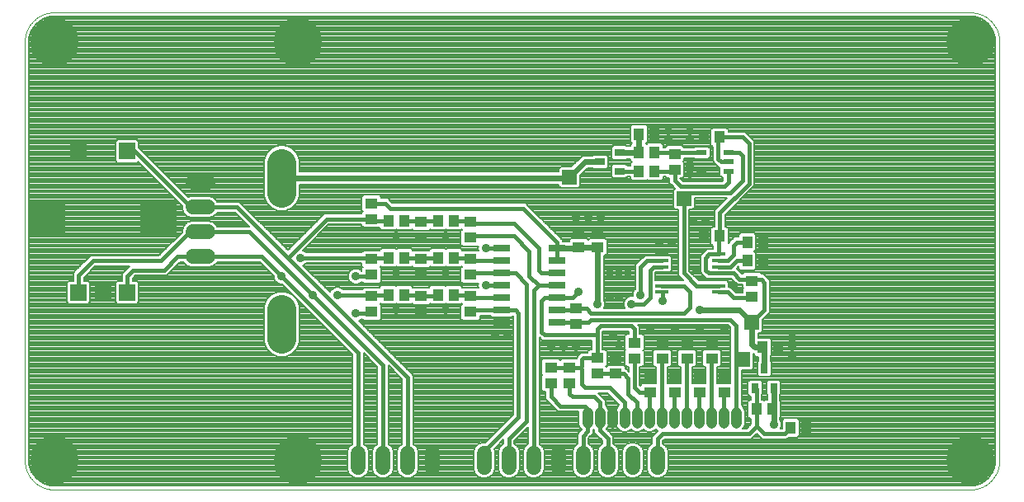
<source format=gtl>
G75*
%MOIN*%
%OFA0B0*%
%FSLAX25Y25*%
%IPPOS*%
%LPD*%
%AMOC8*
5,1,8,0,0,1.08239X$1,22.5*
%
%ADD10C,0.00394*%
%ADD11C,0.04362*%
%ADD12C,0.11811*%
%ADD13R,0.05118X0.04331*%
%ADD14R,0.04331X0.05118*%
%ADD15R,0.03937X0.03150*%
%ADD16R,0.06693X0.06693*%
%ADD17R,0.14961X0.14961*%
%ADD18C,0.05937*%
%ADD19R,0.06890X0.02756*%
%ADD20R,0.05315X0.01575*%
%ADD21R,0.04331X0.02362*%
%ADD22R,0.03150X0.03937*%
%ADD23C,0.00787*%
%ADD24C,0.19685*%
%ADD25C,0.03562*%
%ADD26C,0.01600*%
%ADD27C,0.02400*%
%ADD28R,0.05906X0.05906*%
%ADD29C,0.01200*%
D10*
X0027595Y0013833D02*
X0027595Y0183125D01*
X0027598Y0183410D01*
X0027609Y0183696D01*
X0027626Y0183981D01*
X0027650Y0184265D01*
X0027681Y0184549D01*
X0027719Y0184832D01*
X0027764Y0185113D01*
X0027815Y0185394D01*
X0027873Y0185674D01*
X0027938Y0185952D01*
X0028010Y0186228D01*
X0028088Y0186502D01*
X0028173Y0186775D01*
X0028265Y0187045D01*
X0028363Y0187313D01*
X0028467Y0187579D01*
X0028578Y0187842D01*
X0028695Y0188102D01*
X0028818Y0188360D01*
X0028948Y0188614D01*
X0029084Y0188865D01*
X0029225Y0189113D01*
X0029373Y0189357D01*
X0029526Y0189598D01*
X0029686Y0189834D01*
X0029851Y0190067D01*
X0030021Y0190296D01*
X0030197Y0190521D01*
X0030379Y0190741D01*
X0030565Y0190957D01*
X0030757Y0191168D01*
X0030954Y0191375D01*
X0031156Y0191577D01*
X0031363Y0191774D01*
X0031574Y0191966D01*
X0031790Y0192152D01*
X0032010Y0192334D01*
X0032235Y0192510D01*
X0032464Y0192680D01*
X0032697Y0192845D01*
X0032933Y0193005D01*
X0033174Y0193158D01*
X0033418Y0193306D01*
X0033666Y0193447D01*
X0033917Y0193583D01*
X0034171Y0193713D01*
X0034429Y0193836D01*
X0034689Y0193953D01*
X0034952Y0194064D01*
X0035218Y0194168D01*
X0035486Y0194266D01*
X0035756Y0194358D01*
X0036029Y0194443D01*
X0036303Y0194521D01*
X0036579Y0194593D01*
X0036857Y0194658D01*
X0037137Y0194716D01*
X0037418Y0194767D01*
X0037699Y0194812D01*
X0037982Y0194850D01*
X0038266Y0194881D01*
X0038550Y0194905D01*
X0038835Y0194922D01*
X0039121Y0194933D01*
X0039406Y0194936D01*
X0409485Y0194936D01*
X0409770Y0194933D01*
X0410056Y0194922D01*
X0410341Y0194905D01*
X0410625Y0194881D01*
X0410909Y0194850D01*
X0411192Y0194812D01*
X0411473Y0194767D01*
X0411754Y0194716D01*
X0412034Y0194658D01*
X0412312Y0194593D01*
X0412588Y0194521D01*
X0412862Y0194443D01*
X0413135Y0194358D01*
X0413405Y0194266D01*
X0413673Y0194168D01*
X0413939Y0194064D01*
X0414202Y0193953D01*
X0414462Y0193836D01*
X0414720Y0193713D01*
X0414974Y0193583D01*
X0415225Y0193447D01*
X0415473Y0193306D01*
X0415717Y0193158D01*
X0415958Y0193005D01*
X0416194Y0192845D01*
X0416427Y0192680D01*
X0416656Y0192510D01*
X0416881Y0192334D01*
X0417101Y0192152D01*
X0417317Y0191966D01*
X0417528Y0191774D01*
X0417735Y0191577D01*
X0417937Y0191375D01*
X0418134Y0191168D01*
X0418326Y0190957D01*
X0418512Y0190741D01*
X0418694Y0190521D01*
X0418870Y0190296D01*
X0419040Y0190067D01*
X0419205Y0189834D01*
X0419365Y0189598D01*
X0419518Y0189357D01*
X0419666Y0189113D01*
X0419807Y0188865D01*
X0419943Y0188614D01*
X0420073Y0188360D01*
X0420196Y0188102D01*
X0420313Y0187842D01*
X0420424Y0187579D01*
X0420528Y0187313D01*
X0420626Y0187045D01*
X0420718Y0186775D01*
X0420803Y0186502D01*
X0420881Y0186228D01*
X0420953Y0185952D01*
X0421018Y0185674D01*
X0421076Y0185394D01*
X0421127Y0185113D01*
X0421172Y0184832D01*
X0421210Y0184549D01*
X0421241Y0184265D01*
X0421265Y0183981D01*
X0421282Y0183696D01*
X0421293Y0183410D01*
X0421296Y0183125D01*
X0421296Y0013833D01*
X0421293Y0013548D01*
X0421282Y0013262D01*
X0421265Y0012977D01*
X0421241Y0012693D01*
X0421210Y0012409D01*
X0421172Y0012126D01*
X0421127Y0011845D01*
X0421076Y0011564D01*
X0421018Y0011284D01*
X0420953Y0011006D01*
X0420881Y0010730D01*
X0420803Y0010456D01*
X0420718Y0010183D01*
X0420626Y0009913D01*
X0420528Y0009645D01*
X0420424Y0009379D01*
X0420313Y0009116D01*
X0420196Y0008856D01*
X0420073Y0008598D01*
X0419943Y0008344D01*
X0419807Y0008093D01*
X0419666Y0007845D01*
X0419518Y0007601D01*
X0419365Y0007360D01*
X0419205Y0007124D01*
X0419040Y0006891D01*
X0418870Y0006662D01*
X0418694Y0006437D01*
X0418512Y0006217D01*
X0418326Y0006001D01*
X0418134Y0005790D01*
X0417937Y0005583D01*
X0417735Y0005381D01*
X0417528Y0005184D01*
X0417317Y0004992D01*
X0417101Y0004806D01*
X0416881Y0004624D01*
X0416656Y0004448D01*
X0416427Y0004278D01*
X0416194Y0004113D01*
X0415958Y0003953D01*
X0415717Y0003800D01*
X0415473Y0003652D01*
X0415225Y0003511D01*
X0414974Y0003375D01*
X0414720Y0003245D01*
X0414462Y0003122D01*
X0414202Y0003005D01*
X0413939Y0002894D01*
X0413673Y0002790D01*
X0413405Y0002692D01*
X0413135Y0002600D01*
X0412862Y0002515D01*
X0412588Y0002437D01*
X0412312Y0002365D01*
X0412034Y0002300D01*
X0411754Y0002242D01*
X0411473Y0002191D01*
X0411192Y0002146D01*
X0410909Y0002108D01*
X0410625Y0002077D01*
X0410341Y0002053D01*
X0410056Y0002036D01*
X0409770Y0002025D01*
X0409485Y0002022D01*
X0039406Y0002022D01*
X0039121Y0002025D01*
X0038835Y0002036D01*
X0038550Y0002053D01*
X0038266Y0002077D01*
X0037982Y0002108D01*
X0037699Y0002146D01*
X0037418Y0002191D01*
X0037137Y0002242D01*
X0036857Y0002300D01*
X0036579Y0002365D01*
X0036303Y0002437D01*
X0036029Y0002515D01*
X0035756Y0002600D01*
X0035486Y0002692D01*
X0035218Y0002790D01*
X0034952Y0002894D01*
X0034689Y0003005D01*
X0034429Y0003122D01*
X0034171Y0003245D01*
X0033917Y0003375D01*
X0033666Y0003511D01*
X0033418Y0003652D01*
X0033174Y0003800D01*
X0032933Y0003953D01*
X0032697Y0004113D01*
X0032464Y0004278D01*
X0032235Y0004448D01*
X0032010Y0004624D01*
X0031790Y0004806D01*
X0031574Y0004992D01*
X0031363Y0005184D01*
X0031156Y0005381D01*
X0030954Y0005583D01*
X0030757Y0005790D01*
X0030565Y0006001D01*
X0030379Y0006217D01*
X0030197Y0006437D01*
X0030021Y0006662D01*
X0029851Y0006891D01*
X0029686Y0007124D01*
X0029526Y0007360D01*
X0029373Y0007601D01*
X0029225Y0007845D01*
X0029084Y0008093D01*
X0028948Y0008344D01*
X0028818Y0008598D01*
X0028695Y0008856D01*
X0028578Y0009116D01*
X0028467Y0009379D01*
X0028363Y0009645D01*
X0028265Y0009913D01*
X0028173Y0010183D01*
X0028088Y0010456D01*
X0028010Y0010730D01*
X0027938Y0011006D01*
X0027873Y0011284D01*
X0027815Y0011564D01*
X0027764Y0011845D01*
X0027719Y0012126D01*
X0027681Y0012409D01*
X0027650Y0012693D01*
X0027626Y0012977D01*
X0027609Y0013262D01*
X0027598Y0013548D01*
X0027595Y0013833D01*
D11*
X0254879Y0028975D02*
X0254879Y0033337D01*
X0259879Y0033337D02*
X0259879Y0028975D01*
X0264879Y0028975D02*
X0264879Y0033337D01*
X0269879Y0033337D02*
X0269879Y0028975D01*
X0274879Y0028975D02*
X0274879Y0033337D01*
X0279879Y0033337D02*
X0279879Y0028975D01*
X0284879Y0028975D02*
X0284879Y0033337D01*
X0289879Y0033337D02*
X0289879Y0028975D01*
X0294879Y0028975D02*
X0294879Y0033337D01*
X0299879Y0033337D02*
X0299879Y0028975D01*
X0304879Y0028975D02*
X0304879Y0033337D01*
X0309879Y0033337D02*
X0309879Y0028975D01*
X0314879Y0028975D02*
X0314879Y0033337D01*
D12*
X0131335Y0063046D02*
X0131335Y0074857D01*
X0131335Y0122101D02*
X0131335Y0133912D01*
D13*
X0167595Y0117672D03*
X0167595Y0111373D03*
X0187595Y0110172D03*
X0187595Y0103873D03*
X0187595Y0095172D03*
X0187595Y0088873D03*
X0187595Y0080172D03*
X0187595Y0073873D03*
X0207595Y0073873D03*
X0207595Y0080172D03*
X0207595Y0088873D03*
X0207595Y0095172D03*
X0207595Y0103873D03*
X0207595Y0110172D03*
X0167595Y0095172D03*
X0167595Y0088873D03*
X0167595Y0080172D03*
X0167595Y0073873D03*
X0240095Y0051422D03*
X0247595Y0051422D03*
X0247595Y0045123D03*
X0240095Y0045123D03*
X0258845Y0048873D03*
X0266345Y0048873D03*
X0266345Y0055172D03*
X0258845Y0055172D03*
X0273845Y0055123D03*
X0273845Y0061422D03*
X0285095Y0061422D03*
X0295095Y0061422D03*
X0305095Y0061422D03*
X0305095Y0055123D03*
X0295095Y0055123D03*
X0285095Y0055123D03*
X0280095Y0047672D03*
X0290095Y0047672D03*
X0300095Y0047672D03*
X0300095Y0041373D03*
X0290095Y0041373D03*
X0280095Y0041373D03*
X0310095Y0041373D03*
X0310095Y0047672D03*
X0321345Y0080123D03*
X0321345Y0086422D03*
X0258845Y0100123D03*
X0258845Y0106422D03*
X0251345Y0106422D03*
X0251345Y0100123D03*
X0250095Y0075172D03*
X0250095Y0068873D03*
X0290095Y0131373D03*
X0290095Y0137672D03*
D14*
X0281995Y0138272D03*
X0275696Y0138272D03*
X0275696Y0145772D03*
X0281995Y0145772D03*
X0301946Y0144522D03*
X0308245Y0144522D03*
X0281995Y0130772D03*
X0275696Y0130772D03*
X0301946Y0104522D03*
X0308245Y0104522D03*
X0319446Y0102022D03*
X0325745Y0102022D03*
X0325745Y0094522D03*
X0319446Y0094522D03*
X0325696Y0059522D03*
X0331995Y0059522D03*
X0329495Y0034522D03*
X0323196Y0034522D03*
X0336946Y0027022D03*
X0343245Y0027022D03*
X0200745Y0080772D03*
X0194446Y0080772D03*
X0180745Y0080772D03*
X0174446Y0080772D03*
X0174446Y0095772D03*
X0180745Y0095772D03*
X0194446Y0095772D03*
X0200745Y0095772D03*
X0200745Y0110772D03*
X0194446Y0110772D03*
X0180745Y0110772D03*
X0174446Y0110772D03*
D15*
X0259908Y0134522D03*
X0267782Y0130782D03*
X0267782Y0138262D03*
D16*
X0068934Y0138833D03*
X0049249Y0138833D03*
X0049249Y0081747D03*
X0059091Y0081747D03*
X0068934Y0081747D03*
D17*
X0081532Y0111274D03*
X0036650Y0111274D03*
D18*
X0095493Y0106274D02*
X0101430Y0106274D01*
X0101430Y0096274D02*
X0095493Y0096274D01*
X0095493Y0116274D02*
X0101430Y0116274D01*
X0101430Y0126274D02*
X0095493Y0126274D01*
X0162201Y0016802D02*
X0162201Y0010865D01*
X0172201Y0010865D02*
X0172201Y0016802D01*
X0182201Y0016802D02*
X0182201Y0010865D01*
X0192201Y0010865D02*
X0192201Y0016802D01*
X0213068Y0016802D02*
X0213068Y0010865D01*
X0223068Y0010865D02*
X0223068Y0016802D01*
X0233068Y0016802D02*
X0233068Y0010865D01*
X0243068Y0010865D02*
X0243068Y0016802D01*
X0253068Y0016802D02*
X0253068Y0010865D01*
X0263068Y0010865D02*
X0263068Y0016802D01*
X0273068Y0016802D02*
X0273068Y0010865D01*
X0283068Y0010865D02*
X0283068Y0016802D01*
D19*
X0242467Y0069522D03*
X0242467Y0074522D03*
X0242467Y0079522D03*
X0242467Y0084522D03*
X0242467Y0089522D03*
X0242467Y0094522D03*
X0242467Y0099522D03*
X0220223Y0099522D03*
X0220223Y0094522D03*
X0220223Y0089522D03*
X0220223Y0084522D03*
X0220223Y0079522D03*
X0220223Y0074522D03*
X0220223Y0069522D03*
D20*
X0284829Y0081845D03*
X0284829Y0084404D03*
X0284829Y0086963D03*
X0284829Y0089522D03*
X0284829Y0092081D03*
X0284829Y0094640D03*
X0284829Y0097199D03*
X0307861Y0097199D03*
X0307861Y0094640D03*
X0307861Y0092081D03*
X0307861Y0089522D03*
X0307861Y0086963D03*
X0307861Y0084404D03*
X0307861Y0081845D03*
D21*
X0311857Y0130782D03*
X0311857Y0134522D03*
X0311857Y0138262D03*
X0300833Y0138262D03*
X0300833Y0130782D03*
D22*
X0326345Y0050959D03*
X0322605Y0043085D03*
X0330085Y0043085D03*
D23*
X0327133Y0042890D02*
X0325558Y0042890D01*
X0325558Y0043676D02*
X0327133Y0043676D01*
X0327133Y0044462D02*
X0325558Y0044462D01*
X0325558Y0045248D02*
X0327133Y0045248D01*
X0327133Y0045625D02*
X0327133Y0040546D01*
X0327507Y0040171D01*
X0327507Y0038459D01*
X0326759Y0038459D01*
X0326345Y0038046D01*
X0325932Y0038459D01*
X0325373Y0038459D01*
X0325373Y0040362D01*
X0325558Y0040546D01*
X0325558Y0045625D01*
X0324751Y0046432D01*
X0320459Y0046432D01*
X0319652Y0045625D01*
X0319652Y0040546D01*
X0320459Y0039739D01*
X0321018Y0039739D01*
X0321018Y0038459D01*
X0320459Y0038459D01*
X0319652Y0037652D01*
X0319652Y0031392D01*
X0320459Y0030585D01*
X0321018Y0030585D01*
X0321018Y0028525D01*
X0319193Y0026700D01*
X0317637Y0026700D01*
X0317896Y0026959D01*
X0318438Y0028267D01*
X0318438Y0034045D01*
X0317896Y0035353D01*
X0317057Y0036193D01*
X0317057Y0050192D01*
X0321119Y0050192D01*
X0321926Y0050999D01*
X0321926Y0057009D01*
X0322082Y0056944D01*
X0322152Y0056944D01*
X0322152Y0056392D01*
X0322959Y0055585D01*
X0323767Y0055585D01*
X0323767Y0053873D01*
X0323392Y0053499D01*
X0323392Y0048420D01*
X0324200Y0047613D01*
X0328491Y0047613D01*
X0329298Y0048420D01*
X0329298Y0053499D01*
X0328923Y0053873D01*
X0328923Y0056077D01*
X0329239Y0056392D01*
X0329239Y0062652D01*
X0328432Y0063459D01*
X0323923Y0063459D01*
X0323923Y0065192D01*
X0324869Y0065192D01*
X0325676Y0065999D01*
X0325676Y0070773D01*
X0328523Y0073620D01*
X0328523Y0086674D01*
X0327273Y0087924D01*
X0325997Y0089200D01*
X0325240Y0089200D01*
X0324475Y0089965D01*
X0318215Y0089965D01*
X0317450Y0089200D01*
X0317247Y0089200D01*
X0315050Y0091397D01*
X0315902Y0092249D01*
X0315902Y0091392D01*
X0316709Y0090585D01*
X0322182Y0090585D01*
X0322989Y0091392D01*
X0322989Y0097652D01*
X0322369Y0098272D01*
X0322989Y0098892D01*
X0322989Y0105152D01*
X0322182Y0105959D01*
X0316709Y0105959D01*
X0315902Y0105152D01*
X0315902Y0104200D01*
X0314193Y0104200D01*
X0312917Y0102924D01*
X0311788Y0101795D01*
X0311788Y0107652D01*
X0310981Y0108459D01*
X0310423Y0108459D01*
X0310423Y0113020D01*
X0320997Y0123594D01*
X0322273Y0124870D01*
X0322273Y0142924D01*
X0319773Y0145424D01*
X0318497Y0146700D01*
X0311788Y0146700D01*
X0311788Y0147652D01*
X0310981Y0148459D01*
X0305509Y0148459D01*
X0304701Y0147652D01*
X0304701Y0141392D01*
X0305417Y0140677D01*
X0305417Y0134870D01*
X0306693Y0133594D01*
X0307943Y0132344D01*
X0308314Y0132344D01*
X0308314Y0129030D01*
X0309121Y0128223D01*
X0309679Y0128223D01*
X0309679Y0127186D01*
X0309193Y0126700D01*
X0293497Y0126700D01*
X0292368Y0127829D01*
X0293225Y0127829D01*
X0294032Y0128637D01*
X0294032Y0134109D01*
X0293619Y0134522D01*
X0294032Y0134936D01*
X0294032Y0136085D01*
X0297716Y0136085D01*
X0298097Y0135703D01*
X0303569Y0135703D01*
X0304377Y0136511D01*
X0304377Y0140014D01*
X0303569Y0140822D01*
X0298097Y0140822D01*
X0297716Y0140440D01*
X0294000Y0140440D01*
X0293225Y0141215D01*
X0286965Y0141215D01*
X0286200Y0140450D01*
X0285538Y0140450D01*
X0285538Y0141402D01*
X0284731Y0142209D01*
X0279259Y0142209D01*
X0278845Y0141796D01*
X0278619Y0142022D01*
X0279239Y0142642D01*
X0279239Y0148902D01*
X0278432Y0149709D01*
X0272959Y0149709D01*
X0272152Y0148902D01*
X0272152Y0142642D01*
X0272772Y0142022D01*
X0272152Y0141402D01*
X0272152Y0140840D01*
X0270696Y0140840D01*
X0270321Y0141215D01*
X0265243Y0141215D01*
X0264436Y0140408D01*
X0264436Y0136117D01*
X0265243Y0135310D01*
X0270321Y0135310D01*
X0270696Y0135685D01*
X0272152Y0135685D01*
X0272152Y0135142D01*
X0272772Y0134522D01*
X0272152Y0133902D01*
X0272152Y0132960D01*
X0271096Y0132960D01*
X0270321Y0133735D01*
X0265243Y0133735D01*
X0264436Y0132928D01*
X0264436Y0128637D01*
X0265243Y0127829D01*
X0270321Y0127829D01*
X0271096Y0128604D01*
X0272152Y0128604D01*
X0272152Y0127642D01*
X0272959Y0126835D01*
X0278432Y0126835D01*
X0278845Y0127249D01*
X0279259Y0126835D01*
X0284731Y0126835D01*
X0285538Y0127642D01*
X0285538Y0128594D01*
X0286200Y0128594D01*
X0286965Y0127829D01*
X0287917Y0127829D01*
X0287917Y0126120D01*
X0289193Y0124844D01*
X0290253Y0123784D01*
X0289514Y0123046D01*
X0289514Y0115999D01*
X0290322Y0115192D01*
X0291667Y0115192D01*
X0291667Y0088620D01*
X0292943Y0087344D01*
X0293705Y0086582D01*
X0283927Y0086582D01*
X0283915Y0086570D01*
X0282273Y0086570D01*
X0282273Y0089870D01*
X0282306Y0089903D01*
X0285732Y0089903D01*
X0285744Y0089916D01*
X0288058Y0089916D01*
X0288865Y0090723D01*
X0288865Y0095999D01*
X0288058Y0096806D01*
X0285744Y0096806D01*
X0285732Y0096818D01*
X0278061Y0096818D01*
X0275443Y0094200D01*
X0274167Y0092924D01*
X0274167Y0083062D01*
X0273667Y0082562D01*
X0273186Y0081401D01*
X0273186Y0080181D01*
X0271967Y0080181D01*
X0270806Y0079700D01*
X0269917Y0078812D01*
X0269436Y0077651D01*
X0269436Y0076394D01*
X0269827Y0075450D01*
X0261613Y0075450D01*
X0262004Y0076394D01*
X0262004Y0077651D01*
X0261523Y0078812D01*
X0261423Y0078912D01*
X0261423Y0096579D01*
X0261975Y0096579D01*
X0262782Y0097387D01*
X0262782Y0102859D01*
X0261975Y0103666D01*
X0255715Y0103666D01*
X0255095Y0103046D01*
X0254475Y0103666D01*
X0248215Y0103666D01*
X0247408Y0102859D01*
X0247408Y0102228D01*
X0246533Y0102228D01*
X0246483Y0102278D01*
X0244773Y0102278D01*
X0244773Y0102924D01*
X0243497Y0104200D01*
X0231023Y0116674D01*
X0231023Y0116674D01*
X0229747Y0117950D01*
X0175997Y0117950D01*
X0174098Y0119850D01*
X0171532Y0119850D01*
X0171532Y0120408D01*
X0170725Y0121215D01*
X0164465Y0121215D01*
X0163658Y0120408D01*
X0163658Y0114936D01*
X0164072Y0114522D01*
X0163658Y0114109D01*
X0163658Y0113551D01*
X0148543Y0113551D01*
X0133845Y0098852D01*
X0114245Y0118452D01*
X0105232Y0118452D01*
X0105115Y0118736D01*
X0103892Y0119959D01*
X0102294Y0120621D01*
X0094628Y0120621D01*
X0093708Y0120240D01*
X0074212Y0139735D01*
X0073658Y0140289D01*
X0073658Y0142751D01*
X0072851Y0143558D01*
X0065016Y0143558D01*
X0064209Y0142751D01*
X0064209Y0134916D01*
X0065016Y0134109D01*
X0072851Y0134109D01*
X0073265Y0134523D01*
X0091146Y0116641D01*
X0091146Y0115410D01*
X0091808Y0113812D01*
X0093031Y0112590D01*
X0094628Y0111928D01*
X0102294Y0111928D01*
X0103892Y0112590D01*
X0105115Y0113812D01*
X0105232Y0114096D01*
X0112441Y0114096D01*
X0118085Y0108452D01*
X0105232Y0108452D01*
X0105115Y0108736D01*
X0103892Y0109959D01*
X0102294Y0110621D01*
X0094628Y0110621D01*
X0093031Y0109959D01*
X0091808Y0108736D01*
X0091146Y0107139D01*
X0091146Y0106154D01*
X0081693Y0096700D01*
X0054193Y0096700D01*
X0048347Y0090854D01*
X0047071Y0089578D01*
X0047071Y0086471D01*
X0045331Y0086471D01*
X0044524Y0085664D01*
X0044524Y0077829D01*
X0045331Y0077022D01*
X0053166Y0077022D01*
X0053973Y0077829D01*
X0053973Y0085664D01*
X0053166Y0086471D01*
X0051427Y0086471D01*
X0051427Y0087774D01*
X0055997Y0092344D01*
X0069837Y0092344D01*
X0069167Y0091674D01*
X0066756Y0089263D01*
X0066756Y0086471D01*
X0065016Y0086471D01*
X0064209Y0085664D01*
X0064209Y0077829D01*
X0065016Y0077022D01*
X0072851Y0077022D01*
X0073658Y0077829D01*
X0073658Y0085664D01*
X0072851Y0086471D01*
X0071112Y0086471D01*
X0071112Y0087459D01*
X0072247Y0088594D01*
X0084747Y0088594D01*
X0090249Y0094096D01*
X0091690Y0094096D01*
X0091808Y0093812D01*
X0093031Y0092590D01*
X0094628Y0091928D01*
X0102294Y0091928D01*
X0103892Y0092590D01*
X0105115Y0093812D01*
X0105232Y0094096D01*
X0122441Y0094096D01*
X0128186Y0088351D01*
X0128186Y0087644D01*
X0128667Y0086483D01*
X0129556Y0085594D01*
X0130717Y0085113D01*
X0131424Y0085113D01*
X0160023Y0056514D01*
X0160023Y0020604D01*
X0159739Y0020487D01*
X0158517Y0019264D01*
X0157855Y0017666D01*
X0157855Y0010000D01*
X0158517Y0008403D01*
X0159739Y0007180D01*
X0161337Y0006518D01*
X0163066Y0006518D01*
X0164663Y0007180D01*
X0165886Y0008403D01*
X0166548Y0010000D01*
X0166548Y0017666D01*
X0165886Y0019264D01*
X0164663Y0020487D01*
X0164379Y0020604D01*
X0164379Y0057158D01*
X0170023Y0051514D01*
X0170023Y0020604D01*
X0169739Y0020487D01*
X0168517Y0019264D01*
X0167855Y0017666D01*
X0167855Y0010000D01*
X0168517Y0008403D01*
X0169739Y0007180D01*
X0171337Y0006518D01*
X0173066Y0006518D01*
X0174663Y0007180D01*
X0175886Y0008403D01*
X0176548Y0010000D01*
X0176548Y0017666D01*
X0175886Y0019264D01*
X0174663Y0020487D01*
X0174379Y0020604D01*
X0174379Y0052158D01*
X0180023Y0046514D01*
X0180023Y0020604D01*
X0179739Y0020487D01*
X0178517Y0019264D01*
X0177855Y0017666D01*
X0177855Y0010000D01*
X0178517Y0008403D01*
X0179739Y0007180D01*
X0181337Y0006518D01*
X0183066Y0006518D01*
X0184663Y0007180D01*
X0185886Y0008403D01*
X0186548Y0010000D01*
X0186548Y0017666D01*
X0185886Y0019264D01*
X0184663Y0020487D01*
X0184379Y0020604D01*
X0184379Y0048318D01*
X0183104Y0049594D01*
X0183104Y0049594D01*
X0162405Y0070292D01*
X0163135Y0070594D01*
X0163645Y0071104D01*
X0163691Y0071104D01*
X0164465Y0070329D01*
X0170725Y0070329D01*
X0171532Y0071137D01*
X0171532Y0076609D01*
X0171119Y0077022D01*
X0171321Y0077224D01*
X0171709Y0076835D01*
X0177182Y0076835D01*
X0177595Y0077249D01*
X0178009Y0076835D01*
X0183481Y0076835D01*
X0183870Y0077224D01*
X0184465Y0076629D01*
X0190725Y0076629D01*
X0191321Y0077224D01*
X0191709Y0076835D01*
X0197182Y0076835D01*
X0197595Y0077249D01*
X0198009Y0076835D01*
X0203481Y0076835D01*
X0203870Y0077224D01*
X0204072Y0077022D01*
X0203658Y0076609D01*
X0203658Y0071137D01*
X0204465Y0070329D01*
X0210725Y0070329D01*
X0211532Y0071137D01*
X0211532Y0072344D01*
X0215629Y0072344D01*
X0216207Y0071766D01*
X0224239Y0071766D01*
X0224792Y0072320D01*
X0224792Y0032299D01*
X0213641Y0021148D01*
X0212203Y0021148D01*
X0210606Y0020487D01*
X0209383Y0019264D01*
X0208721Y0017666D01*
X0208721Y0010000D01*
X0209383Y0008403D01*
X0210606Y0007180D01*
X0212203Y0006518D01*
X0213932Y0006518D01*
X0215530Y0007180D01*
X0216752Y0008403D01*
X0217414Y0010000D01*
X0217414Y0017666D01*
X0217093Y0018440D01*
X0220890Y0022237D01*
X0220890Y0020604D01*
X0220606Y0020487D01*
X0219383Y0019264D01*
X0218721Y0017666D01*
X0218721Y0010000D01*
X0219383Y0008403D01*
X0220606Y0007180D01*
X0222203Y0006518D01*
X0223932Y0006518D01*
X0225530Y0007180D01*
X0226752Y0008403D01*
X0227414Y0010000D01*
X0227414Y0017666D01*
X0226752Y0019264D01*
X0225530Y0020487D01*
X0225246Y0020604D01*
X0225246Y0021593D01*
X0231042Y0027389D01*
X0231042Y0020667D01*
X0230606Y0020487D01*
X0229383Y0019264D01*
X0228721Y0017666D01*
X0228721Y0010000D01*
X0229383Y0008403D01*
X0230606Y0007180D01*
X0232203Y0006518D01*
X0233932Y0006518D01*
X0235530Y0007180D01*
X0236752Y0008403D01*
X0237414Y0010000D01*
X0237414Y0017666D01*
X0236752Y0019264D01*
X0235530Y0020487D01*
X0235398Y0020541D01*
X0235398Y0063639D01*
X0236693Y0062344D01*
X0256667Y0062344D01*
X0256667Y0058715D01*
X0255715Y0058715D01*
X0254908Y0057908D01*
X0254908Y0057350D01*
X0252343Y0057350D01*
X0251693Y0056700D01*
X0250417Y0055424D01*
X0250417Y0054965D01*
X0244465Y0054965D01*
X0243845Y0054345D01*
X0243225Y0054965D01*
X0236965Y0054965D01*
X0236158Y0054158D01*
X0236158Y0048686D01*
X0236572Y0048272D01*
X0236158Y0047859D01*
X0236158Y0042387D01*
X0236965Y0041579D01*
X0237917Y0041579D01*
X0237917Y0038620D01*
X0239193Y0037344D01*
X0242943Y0033594D01*
X0251320Y0033594D01*
X0251320Y0028267D01*
X0251861Y0026959D01*
X0252532Y0026289D01*
X0252165Y0025923D01*
X0250890Y0024647D01*
X0250890Y0020604D01*
X0250606Y0020487D01*
X0249383Y0019264D01*
X0248721Y0017666D01*
X0248721Y0010000D01*
X0249383Y0008403D01*
X0250606Y0007180D01*
X0252203Y0006518D01*
X0253932Y0006518D01*
X0255530Y0007180D01*
X0256752Y0008403D01*
X0257414Y0010000D01*
X0257414Y0017666D01*
X0256752Y0019264D01*
X0255530Y0020487D01*
X0255246Y0020604D01*
X0255246Y0022843D01*
X0257057Y0024654D01*
X0257057Y0026120D01*
X0257379Y0026442D01*
X0257701Y0026120D01*
X0257701Y0025087D01*
X0258976Y0023811D01*
X0260890Y0021898D01*
X0260890Y0020604D01*
X0260606Y0020487D01*
X0259383Y0019264D01*
X0258721Y0017666D01*
X0258721Y0010000D01*
X0259383Y0008403D01*
X0260606Y0007180D01*
X0262203Y0006518D01*
X0263932Y0006518D01*
X0265530Y0007180D01*
X0266752Y0008403D01*
X0267414Y0010000D01*
X0267414Y0017666D01*
X0266752Y0019264D01*
X0265530Y0020487D01*
X0265246Y0020604D01*
X0265246Y0023702D01*
X0262442Y0026505D01*
X0262896Y0026959D01*
X0263438Y0028267D01*
X0263438Y0034045D01*
X0262896Y0035353D01*
X0262057Y0036193D01*
X0262057Y0038141D01*
X0260781Y0039417D01*
X0260781Y0039417D01*
X0259773Y0040424D01*
X0259103Y0041094D01*
X0262943Y0041094D01*
X0267701Y0036337D01*
X0267701Y0036193D01*
X0266861Y0035353D01*
X0266320Y0034045D01*
X0266320Y0028267D01*
X0266861Y0026959D01*
X0267863Y0025958D01*
X0269171Y0025416D01*
X0270587Y0025416D01*
X0271895Y0025958D01*
X0272379Y0026442D01*
X0272863Y0025958D01*
X0274171Y0025416D01*
X0275587Y0025416D01*
X0276895Y0025958D01*
X0277379Y0026442D01*
X0277863Y0025958D01*
X0279171Y0025416D01*
X0280587Y0025416D01*
X0281895Y0025958D01*
X0282379Y0026442D01*
X0282863Y0025958D01*
X0283278Y0025786D01*
X0282917Y0025424D01*
X0280890Y0023397D01*
X0280890Y0020604D01*
X0280606Y0020487D01*
X0279383Y0019264D01*
X0278721Y0017666D01*
X0278721Y0010000D01*
X0279383Y0008403D01*
X0280606Y0007180D01*
X0282203Y0006518D01*
X0283932Y0006518D01*
X0285530Y0007180D01*
X0286752Y0008403D01*
X0287414Y0010000D01*
X0287414Y0017666D01*
X0286752Y0019264D01*
X0285530Y0020487D01*
X0285246Y0020604D01*
X0285246Y0021593D01*
X0285997Y0022344D01*
X0320997Y0022344D01*
X0323196Y0024543D01*
X0324118Y0023620D01*
X0325394Y0022344D01*
X0335348Y0022344D01*
X0336089Y0023085D01*
X0339682Y0023085D01*
X0340489Y0023892D01*
X0340489Y0030152D01*
X0339682Y0030959D01*
X0334209Y0030959D01*
X0333402Y0030152D01*
X0333402Y0026700D01*
X0332863Y0026700D01*
X0333254Y0027644D01*
X0333254Y0028901D01*
X0332773Y0030062D01*
X0332673Y0030162D01*
X0332673Y0031028D01*
X0333038Y0031392D01*
X0333038Y0037652D01*
X0332663Y0038027D01*
X0332663Y0040171D01*
X0333038Y0040546D01*
X0333038Y0045625D01*
X0332231Y0046432D01*
X0327940Y0046432D01*
X0327133Y0045625D01*
X0327541Y0046033D02*
X0325149Y0046033D01*
X0323421Y0048391D02*
X0317057Y0048391D01*
X0317057Y0047605D02*
X0419705Y0047605D01*
X0419705Y0046819D02*
X0317057Y0046819D01*
X0317057Y0046033D02*
X0320061Y0046033D01*
X0319652Y0045248D02*
X0317057Y0045248D01*
X0317057Y0044462D02*
X0319652Y0044462D01*
X0319652Y0043676D02*
X0317057Y0043676D01*
X0317057Y0042890D02*
X0319652Y0042890D01*
X0319652Y0042104D02*
X0317057Y0042104D01*
X0317057Y0041318D02*
X0319652Y0041318D01*
X0319666Y0040532D02*
X0317057Y0040532D01*
X0317057Y0039746D02*
X0320452Y0039746D01*
X0321018Y0038960D02*
X0317057Y0038960D01*
X0317057Y0038174D02*
X0320174Y0038174D01*
X0319652Y0037388D02*
X0317057Y0037388D01*
X0317057Y0036602D02*
X0319652Y0036602D01*
X0319652Y0035817D02*
X0317433Y0035817D01*
X0318029Y0035031D02*
X0319652Y0035031D01*
X0319652Y0034245D02*
X0318355Y0034245D01*
X0318438Y0033459D02*
X0319652Y0033459D01*
X0319652Y0032673D02*
X0318438Y0032673D01*
X0318438Y0031887D02*
X0319652Y0031887D01*
X0319944Y0031101D02*
X0318438Y0031101D01*
X0318438Y0030315D02*
X0321018Y0030315D01*
X0321018Y0029529D02*
X0318438Y0029529D01*
X0318438Y0028743D02*
X0321018Y0028743D01*
X0320450Y0027957D02*
X0318309Y0027957D01*
X0317984Y0027172D02*
X0319664Y0027172D01*
X0322681Y0024028D02*
X0323710Y0024028D01*
X0324496Y0023242D02*
X0321895Y0023242D01*
X0321109Y0022456D02*
X0325282Y0022456D01*
X0333059Y0027172D02*
X0333402Y0027172D01*
X0333402Y0027957D02*
X0333254Y0027957D01*
X0333254Y0028743D02*
X0333402Y0028743D01*
X0333402Y0029529D02*
X0332994Y0029529D01*
X0332673Y0030315D02*
X0333565Y0030315D01*
X0332747Y0031101D02*
X0419705Y0031101D01*
X0419705Y0030315D02*
X0340326Y0030315D01*
X0340489Y0029529D02*
X0419705Y0029529D01*
X0419705Y0028743D02*
X0340489Y0028743D01*
X0340489Y0027957D02*
X0419705Y0027957D01*
X0419705Y0027172D02*
X0340489Y0027172D01*
X0340489Y0026386D02*
X0419705Y0026386D01*
X0419705Y0025600D02*
X0340489Y0025600D01*
X0340489Y0024814D02*
X0419705Y0024814D01*
X0419705Y0024028D02*
X0340489Y0024028D01*
X0339838Y0023242D02*
X0419705Y0023242D01*
X0419705Y0022456D02*
X0335459Y0022456D01*
X0333038Y0031887D02*
X0419705Y0031887D01*
X0419705Y0032673D02*
X0333038Y0032673D01*
X0333038Y0033459D02*
X0419705Y0033459D01*
X0419705Y0034245D02*
X0333038Y0034245D01*
X0333038Y0035031D02*
X0419705Y0035031D01*
X0419705Y0035817D02*
X0333038Y0035817D01*
X0333038Y0036602D02*
X0419705Y0036602D01*
X0419705Y0037388D02*
X0333038Y0037388D01*
X0332663Y0038174D02*
X0419705Y0038174D01*
X0419705Y0038960D02*
X0332663Y0038960D01*
X0332663Y0039746D02*
X0419705Y0039746D01*
X0419705Y0040532D02*
X0333024Y0040532D01*
X0333038Y0041318D02*
X0419705Y0041318D01*
X0419705Y0042104D02*
X0333038Y0042104D01*
X0333038Y0042890D02*
X0419705Y0042890D01*
X0419705Y0043676D02*
X0333038Y0043676D01*
X0333038Y0044462D02*
X0419705Y0044462D01*
X0419705Y0045248D02*
X0333038Y0045248D01*
X0332629Y0046033D02*
X0419705Y0046033D01*
X0419705Y0048391D02*
X0329269Y0048391D01*
X0329298Y0049177D02*
X0419705Y0049177D01*
X0419705Y0049963D02*
X0329298Y0049963D01*
X0329298Y0050749D02*
X0419705Y0050749D01*
X0419705Y0051535D02*
X0329298Y0051535D01*
X0329298Y0052321D02*
X0419705Y0052321D01*
X0419705Y0053107D02*
X0329298Y0053107D01*
X0328923Y0053893D02*
X0419705Y0053893D01*
X0419705Y0054678D02*
X0328923Y0054678D01*
X0328923Y0055464D02*
X0419705Y0055464D01*
X0419705Y0056250D02*
X0329097Y0056250D01*
X0329239Y0057036D02*
X0419705Y0057036D01*
X0419705Y0057822D02*
X0329239Y0057822D01*
X0329239Y0058608D02*
X0419705Y0058608D01*
X0419705Y0059394D02*
X0329239Y0059394D01*
X0329239Y0060180D02*
X0419705Y0060180D01*
X0419705Y0060966D02*
X0329239Y0060966D01*
X0329239Y0061752D02*
X0419705Y0061752D01*
X0419705Y0062538D02*
X0329239Y0062538D01*
X0328567Y0063324D02*
X0419705Y0063324D01*
X0419705Y0064109D02*
X0323923Y0064109D01*
X0323923Y0064895D02*
X0419705Y0064895D01*
X0419705Y0065681D02*
X0325358Y0065681D01*
X0325676Y0066467D02*
X0419705Y0066467D01*
X0419705Y0067253D02*
X0325676Y0067253D01*
X0325676Y0068039D02*
X0419705Y0068039D01*
X0419705Y0068825D02*
X0325676Y0068825D01*
X0325676Y0069611D02*
X0419705Y0069611D01*
X0419705Y0070397D02*
X0325676Y0070397D01*
X0326086Y0071183D02*
X0419705Y0071183D01*
X0419705Y0071969D02*
X0326871Y0071969D01*
X0327657Y0072754D02*
X0419705Y0072754D01*
X0419705Y0073540D02*
X0328443Y0073540D01*
X0328523Y0074326D02*
X0419705Y0074326D01*
X0419705Y0075112D02*
X0328523Y0075112D01*
X0328523Y0075898D02*
X0419705Y0075898D01*
X0419705Y0076684D02*
X0328523Y0076684D01*
X0328523Y0077470D02*
X0419705Y0077470D01*
X0419705Y0078256D02*
X0328523Y0078256D01*
X0328523Y0079042D02*
X0419705Y0079042D01*
X0419705Y0079828D02*
X0328523Y0079828D01*
X0328523Y0080614D02*
X0419705Y0080614D01*
X0419705Y0081400D02*
X0328523Y0081400D01*
X0328523Y0082185D02*
X0419705Y0082185D01*
X0419705Y0082971D02*
X0328523Y0082971D01*
X0328523Y0083757D02*
X0419705Y0083757D01*
X0419705Y0084543D02*
X0328523Y0084543D01*
X0328523Y0085329D02*
X0419705Y0085329D01*
X0419705Y0086115D02*
X0328523Y0086115D01*
X0328297Y0086901D02*
X0419705Y0086901D01*
X0419705Y0087687D02*
X0327511Y0087687D01*
X0326725Y0088473D02*
X0419705Y0088473D01*
X0419705Y0089259D02*
X0325182Y0089259D01*
X0322427Y0090830D02*
X0419705Y0090830D01*
X0419705Y0090045D02*
X0316403Y0090045D01*
X0316464Y0090830D02*
X0315617Y0090830D01*
X0315902Y0091616D02*
X0315269Y0091616D01*
X0317189Y0089259D02*
X0317509Y0089259D01*
X0314167Y0086120D02*
X0312943Y0087344D01*
X0302943Y0087344D01*
X0301693Y0088594D01*
X0300417Y0089870D01*
X0300417Y0096674D01*
X0303120Y0099377D01*
X0305683Y0099377D01*
X0305683Y0100585D01*
X0305509Y0100585D01*
X0304701Y0101392D01*
X0304701Y0107652D01*
X0305509Y0108459D01*
X0306067Y0108459D01*
X0306067Y0114824D01*
X0311087Y0119844D01*
X0298176Y0119844D01*
X0298176Y0115999D01*
X0297369Y0115192D01*
X0296023Y0115192D01*
X0296023Y0090424D01*
X0299865Y0086582D01*
X0308763Y0086582D01*
X0308776Y0086570D01*
X0311089Y0086570D01*
X0311896Y0085762D01*
X0311896Y0084023D01*
X0312424Y0084023D01*
X0314747Y0081700D01*
X0317408Y0081700D01*
X0317408Y0082859D01*
X0317822Y0083272D01*
X0317408Y0083686D01*
X0317408Y0084844D01*
X0315443Y0084844D01*
X0314167Y0086120D01*
X0314172Y0086115D02*
X0311544Y0086115D01*
X0311896Y0085329D02*
X0314958Y0085329D01*
X0313386Y0086901D02*
X0299547Y0086901D01*
X0298761Y0087687D02*
X0302601Y0087687D01*
X0301815Y0088473D02*
X0297975Y0088473D01*
X0297189Y0089259D02*
X0301029Y0089259D01*
X0300417Y0090045D02*
X0296403Y0090045D01*
X0296023Y0090830D02*
X0300417Y0090830D01*
X0300417Y0091616D02*
X0296023Y0091616D01*
X0296023Y0092402D02*
X0300417Y0092402D01*
X0300417Y0093188D02*
X0296023Y0093188D01*
X0296023Y0093974D02*
X0300417Y0093974D01*
X0300417Y0094760D02*
X0296023Y0094760D01*
X0296023Y0095546D02*
X0300417Y0095546D01*
X0300417Y0096332D02*
X0296023Y0096332D01*
X0296023Y0097118D02*
X0300861Y0097118D01*
X0301646Y0097904D02*
X0296023Y0097904D01*
X0296023Y0098690D02*
X0302432Y0098690D01*
X0305683Y0099476D02*
X0296023Y0099476D01*
X0296023Y0100261D02*
X0305683Y0100261D01*
X0305047Y0101047D02*
X0296023Y0101047D01*
X0296023Y0101833D02*
X0304701Y0101833D01*
X0304701Y0102619D02*
X0296023Y0102619D01*
X0296023Y0103405D02*
X0304701Y0103405D01*
X0304701Y0104191D02*
X0296023Y0104191D01*
X0296023Y0104977D02*
X0304701Y0104977D01*
X0304701Y0105763D02*
X0296023Y0105763D01*
X0296023Y0106549D02*
X0304701Y0106549D01*
X0304701Y0107335D02*
X0296023Y0107335D01*
X0296023Y0108121D02*
X0305170Y0108121D01*
X0306067Y0108906D02*
X0296023Y0108906D01*
X0296023Y0109692D02*
X0306067Y0109692D01*
X0306067Y0110478D02*
X0296023Y0110478D01*
X0296023Y0111264D02*
X0306067Y0111264D01*
X0306067Y0112050D02*
X0296023Y0112050D01*
X0296023Y0112836D02*
X0306067Y0112836D01*
X0306067Y0113622D02*
X0296023Y0113622D01*
X0296023Y0114408D02*
X0306067Y0114408D01*
X0306437Y0115194D02*
X0297371Y0115194D01*
X0298157Y0115980D02*
X0307222Y0115980D01*
X0308008Y0116766D02*
X0298176Y0116766D01*
X0298176Y0117552D02*
X0308794Y0117552D01*
X0309580Y0118337D02*
X0298176Y0118337D01*
X0298176Y0119123D02*
X0310366Y0119123D01*
X0313383Y0115980D02*
X0419705Y0115980D01*
X0419705Y0116766D02*
X0314169Y0116766D01*
X0314954Y0117552D02*
X0419705Y0117552D01*
X0419705Y0118337D02*
X0315740Y0118337D01*
X0316526Y0119123D02*
X0419705Y0119123D01*
X0419705Y0119909D02*
X0317312Y0119909D01*
X0318098Y0120695D02*
X0419705Y0120695D01*
X0419705Y0121481D02*
X0318884Y0121481D01*
X0319670Y0122267D02*
X0419705Y0122267D01*
X0419705Y0123053D02*
X0320456Y0123053D01*
X0321242Y0123839D02*
X0419705Y0123839D01*
X0419705Y0124625D02*
X0322028Y0124625D01*
X0322273Y0125411D02*
X0419705Y0125411D01*
X0419705Y0126197D02*
X0322273Y0126197D01*
X0322273Y0126982D02*
X0419705Y0126982D01*
X0419705Y0127768D02*
X0322273Y0127768D01*
X0322273Y0128554D02*
X0419705Y0128554D01*
X0419705Y0129340D02*
X0322273Y0129340D01*
X0322273Y0130126D02*
X0419705Y0130126D01*
X0419705Y0130912D02*
X0322273Y0130912D01*
X0322273Y0131698D02*
X0419705Y0131698D01*
X0419705Y0132484D02*
X0322273Y0132484D01*
X0322273Y0133270D02*
X0419705Y0133270D01*
X0419705Y0134056D02*
X0322273Y0134056D01*
X0322273Y0134842D02*
X0419705Y0134842D01*
X0419705Y0135627D02*
X0322273Y0135627D01*
X0322273Y0136413D02*
X0419705Y0136413D01*
X0419705Y0137199D02*
X0322273Y0137199D01*
X0322273Y0137985D02*
X0419705Y0137985D01*
X0419705Y0138771D02*
X0322273Y0138771D01*
X0322273Y0139557D02*
X0419705Y0139557D01*
X0419705Y0140343D02*
X0322273Y0140343D01*
X0322273Y0141129D02*
X0419705Y0141129D01*
X0419705Y0141915D02*
X0322273Y0141915D01*
X0322273Y0142701D02*
X0419705Y0142701D01*
X0419705Y0143487D02*
X0321711Y0143487D01*
X0320925Y0144273D02*
X0419705Y0144273D01*
X0419705Y0145058D02*
X0320139Y0145058D01*
X0319353Y0145844D02*
X0419705Y0145844D01*
X0419705Y0146630D02*
X0318567Y0146630D01*
X0311788Y0147416D02*
X0419705Y0147416D01*
X0419705Y0148202D02*
X0311238Y0148202D01*
X0305251Y0148202D02*
X0279239Y0148202D01*
X0279239Y0147416D02*
X0304701Y0147416D01*
X0304701Y0146630D02*
X0279239Y0146630D01*
X0279239Y0145844D02*
X0304701Y0145844D01*
X0304701Y0145058D02*
X0279239Y0145058D01*
X0279239Y0144273D02*
X0304701Y0144273D01*
X0304701Y0143487D02*
X0279239Y0143487D01*
X0279239Y0142701D02*
X0304701Y0142701D01*
X0304701Y0141915D02*
X0285025Y0141915D01*
X0285538Y0141129D02*
X0286879Y0141129D01*
X0293311Y0141129D02*
X0304965Y0141129D01*
X0305417Y0140343D02*
X0304048Y0140343D01*
X0304377Y0139557D02*
X0305417Y0139557D01*
X0305417Y0138771D02*
X0304377Y0138771D01*
X0304377Y0137985D02*
X0305417Y0137985D01*
X0305417Y0137199D02*
X0304377Y0137199D01*
X0304279Y0136413D02*
X0305417Y0136413D01*
X0305417Y0135627D02*
X0294032Y0135627D01*
X0293938Y0134842D02*
X0305446Y0134842D01*
X0306232Y0134056D02*
X0294032Y0134056D01*
X0294032Y0133270D02*
X0307018Y0133270D01*
X0307804Y0132484D02*
X0294032Y0132484D01*
X0294032Y0131698D02*
X0308314Y0131698D01*
X0308314Y0130912D02*
X0294032Y0130912D01*
X0294032Y0130126D02*
X0308314Y0130126D01*
X0308314Y0129340D02*
X0294032Y0129340D01*
X0293950Y0128554D02*
X0308790Y0128554D01*
X0309679Y0127768D02*
X0292429Y0127768D01*
X0293215Y0126982D02*
X0309475Y0126982D01*
X0290199Y0123839D02*
X0138619Y0123839D01*
X0138619Y0124625D02*
X0243388Y0124625D01*
X0243264Y0124749D02*
X0244072Y0123942D01*
X0251119Y0123942D01*
X0251926Y0124749D01*
X0251926Y0128957D01*
X0254913Y0131944D01*
X0256994Y0131944D01*
X0257369Y0131570D01*
X0262447Y0131570D01*
X0263255Y0132377D01*
X0263255Y0136668D01*
X0262447Y0137475D01*
X0257369Y0137475D01*
X0256994Y0137100D01*
X0253332Y0137100D01*
X0252385Y0136708D01*
X0248280Y0132603D01*
X0244072Y0132603D01*
X0243264Y0131796D01*
X0243264Y0130584D01*
X0138619Y0130584D01*
X0138619Y0135361D01*
X0137510Y0138038D01*
X0135461Y0140087D01*
X0132784Y0141196D01*
X0129887Y0141196D01*
X0127210Y0140087D01*
X0125161Y0138038D01*
X0124052Y0135361D01*
X0124052Y0120652D01*
X0125161Y0117975D01*
X0127210Y0115926D01*
X0129887Y0114818D01*
X0132784Y0114818D01*
X0135461Y0115926D01*
X0137510Y0117975D01*
X0138619Y0120652D01*
X0138619Y0125429D01*
X0243264Y0125429D01*
X0243264Y0124749D01*
X0243264Y0125411D02*
X0138619Y0125411D01*
X0138619Y0123053D02*
X0289522Y0123053D01*
X0289514Y0122267D02*
X0138619Y0122267D01*
X0138619Y0121481D02*
X0289514Y0121481D01*
X0289514Y0120695D02*
X0171245Y0120695D01*
X0171532Y0119909D02*
X0289514Y0119909D01*
X0289514Y0119123D02*
X0174824Y0119123D01*
X0175610Y0118337D02*
X0289514Y0118337D01*
X0289514Y0117552D02*
X0230146Y0117552D01*
X0230932Y0116766D02*
X0289514Y0116766D01*
X0289534Y0115980D02*
X0231718Y0115980D01*
X0232504Y0115194D02*
X0290319Y0115194D01*
X0291667Y0114408D02*
X0233290Y0114408D01*
X0234076Y0113622D02*
X0291667Y0113622D01*
X0291667Y0112836D02*
X0234861Y0112836D01*
X0235647Y0112050D02*
X0291667Y0112050D01*
X0291667Y0111264D02*
X0236433Y0111264D01*
X0237219Y0110478D02*
X0291667Y0110478D01*
X0291667Y0109692D02*
X0238005Y0109692D01*
X0238791Y0108906D02*
X0291667Y0108906D01*
X0291667Y0108121D02*
X0239577Y0108121D01*
X0240363Y0107335D02*
X0291667Y0107335D01*
X0291667Y0106549D02*
X0241149Y0106549D01*
X0241935Y0105763D02*
X0291667Y0105763D01*
X0291667Y0104977D02*
X0242721Y0104977D01*
X0243497Y0104200D02*
X0243497Y0104200D01*
X0243507Y0104191D02*
X0291667Y0104191D01*
X0291667Y0103405D02*
X0262236Y0103405D01*
X0262782Y0102619D02*
X0291667Y0102619D01*
X0291667Y0101833D02*
X0262782Y0101833D01*
X0262782Y0101047D02*
X0291667Y0101047D01*
X0291667Y0100261D02*
X0262782Y0100261D01*
X0262782Y0099476D02*
X0291667Y0099476D01*
X0291667Y0098690D02*
X0262782Y0098690D01*
X0262782Y0097904D02*
X0291667Y0097904D01*
X0291667Y0097118D02*
X0262513Y0097118D01*
X0261423Y0096332D02*
X0277575Y0096332D01*
X0276789Y0095546D02*
X0261423Y0095546D01*
X0261423Y0094760D02*
X0276003Y0094760D01*
X0275217Y0093974D02*
X0261423Y0093974D01*
X0261423Y0093188D02*
X0274431Y0093188D01*
X0274167Y0092402D02*
X0261423Y0092402D01*
X0261423Y0091616D02*
X0274167Y0091616D01*
X0274167Y0090830D02*
X0261423Y0090830D01*
X0261423Y0090045D02*
X0274167Y0090045D01*
X0274167Y0089259D02*
X0261423Y0089259D01*
X0261423Y0088473D02*
X0274167Y0088473D01*
X0274167Y0087687D02*
X0261423Y0087687D01*
X0261423Y0086901D02*
X0274167Y0086901D01*
X0274167Y0086115D02*
X0261423Y0086115D01*
X0261423Y0085329D02*
X0274167Y0085329D01*
X0274167Y0084543D02*
X0261423Y0084543D01*
X0261423Y0083757D02*
X0274167Y0083757D01*
X0274077Y0082971D02*
X0261423Y0082971D01*
X0261423Y0082185D02*
X0273511Y0082185D01*
X0273186Y0081400D02*
X0261423Y0081400D01*
X0261423Y0080614D02*
X0273186Y0080614D01*
X0271113Y0079828D02*
X0261423Y0079828D01*
X0261423Y0079042D02*
X0270147Y0079042D01*
X0269687Y0078256D02*
X0261754Y0078256D01*
X0262004Y0077470D02*
X0269436Y0077470D01*
X0269436Y0076684D02*
X0262004Y0076684D01*
X0261799Y0075898D02*
X0269641Y0075898D01*
X0275353Y0068594D02*
X0311693Y0068594D01*
X0312701Y0067587D01*
X0312701Y0044916D01*
X0307057Y0044916D01*
X0307057Y0051579D01*
X0308225Y0051579D01*
X0309032Y0052387D01*
X0309032Y0057859D01*
X0308225Y0058666D01*
X0301965Y0058666D01*
X0301158Y0057859D01*
X0301158Y0052387D01*
X0301965Y0051579D01*
X0302701Y0051579D01*
X0302701Y0044916D01*
X0297057Y0044916D01*
X0297057Y0051579D01*
X0298225Y0051579D01*
X0299032Y0052387D01*
X0299032Y0057859D01*
X0298225Y0058666D01*
X0291965Y0058666D01*
X0291158Y0057859D01*
X0291158Y0052387D01*
X0291965Y0051579D01*
X0292701Y0051579D01*
X0292701Y0044916D01*
X0287057Y0044916D01*
X0287057Y0051579D01*
X0288225Y0051579D01*
X0289032Y0052387D01*
X0289032Y0057859D01*
X0288225Y0058666D01*
X0281965Y0058666D01*
X0281158Y0057859D01*
X0281158Y0052387D01*
X0281965Y0051579D01*
X0282701Y0051579D01*
X0282701Y0044916D01*
X0276965Y0044916D01*
X0276158Y0044109D01*
X0276158Y0044039D01*
X0276023Y0044174D01*
X0276023Y0051579D01*
X0276975Y0051579D01*
X0277782Y0052387D01*
X0277782Y0057859D01*
X0277369Y0058272D01*
X0277782Y0058686D01*
X0277782Y0064158D01*
X0276975Y0064965D01*
X0276023Y0064965D01*
X0276023Y0067924D01*
X0275353Y0068594D01*
X0275909Y0068039D02*
X0312248Y0068039D01*
X0312701Y0067253D02*
X0276023Y0067253D01*
X0276023Y0066467D02*
X0312701Y0066467D01*
X0312701Y0065681D02*
X0276023Y0065681D01*
X0277045Y0064895D02*
X0312701Y0064895D01*
X0312701Y0064109D02*
X0277782Y0064109D01*
X0277782Y0063324D02*
X0312701Y0063324D01*
X0312701Y0062538D02*
X0277782Y0062538D01*
X0277782Y0061752D02*
X0312701Y0061752D01*
X0312701Y0060966D02*
X0277782Y0060966D01*
X0277782Y0060180D02*
X0312701Y0060180D01*
X0312701Y0059394D02*
X0277782Y0059394D01*
X0277704Y0058608D02*
X0281907Y0058608D01*
X0281158Y0057822D02*
X0277782Y0057822D01*
X0277782Y0057036D02*
X0281158Y0057036D01*
X0281158Y0056250D02*
X0277782Y0056250D01*
X0277782Y0055464D02*
X0281158Y0055464D01*
X0281158Y0054678D02*
X0277782Y0054678D01*
X0277782Y0053893D02*
X0281158Y0053893D01*
X0281158Y0053107D02*
X0277782Y0053107D01*
X0277716Y0052321D02*
X0281224Y0052321D01*
X0282701Y0051535D02*
X0276023Y0051535D01*
X0276023Y0050749D02*
X0282701Y0050749D01*
X0282701Y0049963D02*
X0276023Y0049963D01*
X0276023Y0049177D02*
X0282701Y0049177D01*
X0282701Y0048391D02*
X0276023Y0048391D01*
X0276023Y0047605D02*
X0282701Y0047605D01*
X0282701Y0046819D02*
X0276023Y0046819D01*
X0276023Y0046033D02*
X0282701Y0046033D01*
X0282701Y0045248D02*
X0276023Y0045248D01*
X0276023Y0044462D02*
X0276511Y0044462D01*
X0271667Y0049780D02*
X0270397Y0051051D01*
X0270282Y0051051D01*
X0270282Y0051609D01*
X0269475Y0052416D01*
X0263215Y0052416D01*
X0262595Y0051796D01*
X0262369Y0052022D01*
X0262782Y0052436D01*
X0262782Y0057908D01*
X0261975Y0058715D01*
X0261023Y0058715D01*
X0261023Y0066094D01*
X0271667Y0066094D01*
X0271667Y0064965D01*
X0270715Y0064965D01*
X0269908Y0064158D01*
X0269908Y0058686D01*
X0270322Y0058272D01*
X0269908Y0057859D01*
X0269908Y0052387D01*
X0270715Y0051579D01*
X0271667Y0051579D01*
X0271667Y0049780D01*
X0271667Y0049963D02*
X0271485Y0049963D01*
X0271667Y0050749D02*
X0270699Y0050749D01*
X0270282Y0051535D02*
X0271667Y0051535D01*
X0269974Y0052321D02*
X0269570Y0052321D01*
X0269908Y0053107D02*
X0262782Y0053107D01*
X0262782Y0053893D02*
X0269908Y0053893D01*
X0269908Y0054678D02*
X0262782Y0054678D01*
X0262782Y0055464D02*
X0269908Y0055464D01*
X0269908Y0056250D02*
X0262782Y0056250D01*
X0262782Y0057036D02*
X0269908Y0057036D01*
X0269908Y0057822D02*
X0262782Y0057822D01*
X0262082Y0058608D02*
X0269986Y0058608D01*
X0269908Y0059394D02*
X0261023Y0059394D01*
X0261023Y0060180D02*
X0269908Y0060180D01*
X0269908Y0060966D02*
X0261023Y0060966D01*
X0261023Y0061752D02*
X0269908Y0061752D01*
X0269908Y0062538D02*
X0261023Y0062538D01*
X0261023Y0063324D02*
X0269908Y0063324D01*
X0269908Y0064109D02*
X0261023Y0064109D01*
X0261023Y0064895D02*
X0270645Y0064895D01*
X0271667Y0065681D02*
X0261023Y0065681D01*
X0256667Y0061752D02*
X0235398Y0061752D01*
X0235398Y0062538D02*
X0236500Y0062538D01*
X0235714Y0063324D02*
X0235398Y0063324D01*
X0235398Y0060966D02*
X0256667Y0060966D01*
X0256667Y0060180D02*
X0235398Y0060180D01*
X0235398Y0059394D02*
X0256667Y0059394D01*
X0255608Y0058608D02*
X0235398Y0058608D01*
X0235398Y0057822D02*
X0254908Y0057822D01*
X0252029Y0057036D02*
X0235398Y0057036D01*
X0235398Y0056250D02*
X0251243Y0056250D01*
X0250457Y0055464D02*
X0235398Y0055464D01*
X0235398Y0054678D02*
X0236679Y0054678D01*
X0236158Y0053893D02*
X0235398Y0053893D01*
X0235398Y0053107D02*
X0236158Y0053107D01*
X0236158Y0052321D02*
X0235398Y0052321D01*
X0235398Y0051535D02*
X0236158Y0051535D01*
X0236158Y0050749D02*
X0235398Y0050749D01*
X0235398Y0049963D02*
X0236158Y0049963D01*
X0236158Y0049177D02*
X0235398Y0049177D01*
X0235398Y0048391D02*
X0236453Y0048391D01*
X0236158Y0047605D02*
X0235398Y0047605D01*
X0235398Y0046819D02*
X0236158Y0046819D01*
X0236158Y0046033D02*
X0235398Y0046033D01*
X0235398Y0045248D02*
X0236158Y0045248D01*
X0236158Y0044462D02*
X0235398Y0044462D01*
X0235398Y0043676D02*
X0236158Y0043676D01*
X0236158Y0042890D02*
X0235398Y0042890D01*
X0235398Y0042104D02*
X0236441Y0042104D01*
X0235398Y0041318D02*
X0237917Y0041318D01*
X0237917Y0040532D02*
X0235398Y0040532D01*
X0235398Y0039746D02*
X0237917Y0039746D01*
X0237917Y0038960D02*
X0235398Y0038960D01*
X0235398Y0038174D02*
X0238363Y0038174D01*
X0239149Y0037388D02*
X0235398Y0037388D01*
X0235398Y0036602D02*
X0239935Y0036602D01*
X0240721Y0035817D02*
X0235398Y0035817D01*
X0235398Y0035031D02*
X0241507Y0035031D01*
X0242293Y0034245D02*
X0235398Y0034245D01*
X0235398Y0033459D02*
X0251320Y0033459D01*
X0251320Y0032673D02*
X0235398Y0032673D01*
X0235398Y0031887D02*
X0251320Y0031887D01*
X0251320Y0031101D02*
X0235398Y0031101D01*
X0235398Y0030315D02*
X0251320Y0030315D01*
X0251320Y0029529D02*
X0235398Y0029529D01*
X0235398Y0028743D02*
X0251320Y0028743D01*
X0251448Y0027957D02*
X0235398Y0027957D01*
X0235398Y0027172D02*
X0251773Y0027172D01*
X0252435Y0026386D02*
X0235398Y0026386D01*
X0235398Y0025600D02*
X0251842Y0025600D01*
X0251057Y0024814D02*
X0235398Y0024814D01*
X0235398Y0024028D02*
X0250890Y0024028D01*
X0250890Y0023242D02*
X0235398Y0023242D01*
X0235398Y0022456D02*
X0250890Y0022456D01*
X0250890Y0021670D02*
X0235398Y0021670D01*
X0235398Y0020884D02*
X0250890Y0020884D01*
X0250217Y0020098D02*
X0235918Y0020098D01*
X0236704Y0019312D02*
X0249431Y0019312D01*
X0249077Y0018526D02*
X0237058Y0018526D01*
X0237383Y0017741D02*
X0248752Y0017741D01*
X0248721Y0016955D02*
X0237414Y0016955D01*
X0237414Y0016169D02*
X0248721Y0016169D01*
X0248721Y0015383D02*
X0237414Y0015383D01*
X0237414Y0014597D02*
X0248721Y0014597D01*
X0248721Y0013811D02*
X0237414Y0013811D01*
X0237414Y0013025D02*
X0248721Y0013025D01*
X0248721Y0012239D02*
X0237414Y0012239D01*
X0237414Y0011453D02*
X0248721Y0011453D01*
X0248721Y0010667D02*
X0237414Y0010667D01*
X0237365Y0009881D02*
X0248770Y0009881D01*
X0249096Y0009096D02*
X0237039Y0009096D01*
X0236659Y0008310D02*
X0249476Y0008310D01*
X0250262Y0007524D02*
X0235873Y0007524D01*
X0234462Y0006738D02*
X0251673Y0006738D01*
X0254462Y0006738D02*
X0261673Y0006738D01*
X0260262Y0007524D02*
X0255873Y0007524D01*
X0256659Y0008310D02*
X0259476Y0008310D01*
X0259096Y0009096D02*
X0257039Y0009096D01*
X0257365Y0009881D02*
X0258770Y0009881D01*
X0258721Y0010667D02*
X0257414Y0010667D01*
X0257414Y0011453D02*
X0258721Y0011453D01*
X0258721Y0012239D02*
X0257414Y0012239D01*
X0257414Y0013025D02*
X0258721Y0013025D01*
X0258721Y0013811D02*
X0257414Y0013811D01*
X0257414Y0014597D02*
X0258721Y0014597D01*
X0258721Y0015383D02*
X0257414Y0015383D01*
X0257414Y0016169D02*
X0258721Y0016169D01*
X0258721Y0016955D02*
X0257414Y0016955D01*
X0257383Y0017741D02*
X0258752Y0017741D01*
X0259077Y0018526D02*
X0257058Y0018526D01*
X0256704Y0019312D02*
X0259431Y0019312D01*
X0260217Y0020098D02*
X0255918Y0020098D01*
X0255246Y0020884D02*
X0260890Y0020884D01*
X0260890Y0021670D02*
X0255246Y0021670D01*
X0255246Y0022456D02*
X0260331Y0022456D01*
X0259545Y0023242D02*
X0255645Y0023242D01*
X0256431Y0024028D02*
X0258759Y0024028D01*
X0257974Y0024814D02*
X0257057Y0024814D01*
X0257057Y0025600D02*
X0257701Y0025600D01*
X0257435Y0026386D02*
X0257322Y0026386D01*
X0262562Y0026386D02*
X0267435Y0026386D01*
X0266773Y0027172D02*
X0262984Y0027172D01*
X0263309Y0027957D02*
X0266448Y0027957D01*
X0266320Y0028743D02*
X0263438Y0028743D01*
X0263438Y0029529D02*
X0266320Y0029529D01*
X0266320Y0030315D02*
X0263438Y0030315D01*
X0263438Y0031101D02*
X0266320Y0031101D01*
X0266320Y0031887D02*
X0263438Y0031887D01*
X0263438Y0032673D02*
X0266320Y0032673D01*
X0266320Y0033459D02*
X0263438Y0033459D01*
X0263355Y0034245D02*
X0266402Y0034245D01*
X0266728Y0035031D02*
X0263029Y0035031D01*
X0262433Y0035817D02*
X0267325Y0035817D01*
X0267435Y0036602D02*
X0262057Y0036602D01*
X0262057Y0037388D02*
X0266649Y0037388D01*
X0265863Y0038174D02*
X0262023Y0038174D01*
X0261237Y0038960D02*
X0265077Y0038960D01*
X0264291Y0039746D02*
X0260451Y0039746D01*
X0259665Y0040532D02*
X0263505Y0040532D01*
X0263120Y0052321D02*
X0262667Y0052321D01*
X0244179Y0054678D02*
X0243512Y0054678D01*
X0224792Y0054678D02*
X0178019Y0054678D01*
X0178805Y0053893D02*
X0224792Y0053893D01*
X0224792Y0053107D02*
X0179591Y0053107D01*
X0180377Y0052321D02*
X0224792Y0052321D01*
X0224792Y0051535D02*
X0181163Y0051535D01*
X0181949Y0050749D02*
X0224792Y0050749D01*
X0224792Y0049963D02*
X0182735Y0049963D01*
X0183520Y0049177D02*
X0224792Y0049177D01*
X0224792Y0048391D02*
X0184306Y0048391D01*
X0184379Y0047605D02*
X0224792Y0047605D01*
X0224792Y0046819D02*
X0184379Y0046819D01*
X0184379Y0046033D02*
X0224792Y0046033D01*
X0224792Y0045248D02*
X0184379Y0045248D01*
X0184379Y0044462D02*
X0224792Y0044462D01*
X0224792Y0043676D02*
X0184379Y0043676D01*
X0184379Y0042890D02*
X0224792Y0042890D01*
X0224792Y0042104D02*
X0184379Y0042104D01*
X0184379Y0041318D02*
X0224792Y0041318D01*
X0224792Y0040532D02*
X0184379Y0040532D01*
X0184379Y0039746D02*
X0224792Y0039746D01*
X0224792Y0038960D02*
X0184379Y0038960D01*
X0184379Y0038174D02*
X0224792Y0038174D01*
X0224792Y0037388D02*
X0184379Y0037388D01*
X0184379Y0036602D02*
X0224792Y0036602D01*
X0224792Y0035817D02*
X0184379Y0035817D01*
X0184379Y0035031D02*
X0224792Y0035031D01*
X0224792Y0034245D02*
X0184379Y0034245D01*
X0184379Y0033459D02*
X0224792Y0033459D01*
X0224792Y0032673D02*
X0184379Y0032673D01*
X0184379Y0031887D02*
X0224380Y0031887D01*
X0223594Y0031101D02*
X0184379Y0031101D01*
X0184379Y0030315D02*
X0222808Y0030315D01*
X0222022Y0029529D02*
X0184379Y0029529D01*
X0184379Y0028743D02*
X0221236Y0028743D01*
X0220450Y0027957D02*
X0184379Y0027957D01*
X0184379Y0027172D02*
X0219664Y0027172D01*
X0218878Y0026386D02*
X0184379Y0026386D01*
X0184379Y0025600D02*
X0218092Y0025600D01*
X0217307Y0024814D02*
X0184379Y0024814D01*
X0184379Y0024028D02*
X0216521Y0024028D01*
X0215735Y0023242D02*
X0184379Y0023242D01*
X0184379Y0022456D02*
X0214949Y0022456D01*
X0214163Y0021670D02*
X0184379Y0021670D01*
X0184379Y0020884D02*
X0211566Y0020884D01*
X0210217Y0020098D02*
X0185052Y0020098D01*
X0185838Y0019312D02*
X0209431Y0019312D01*
X0209077Y0018526D02*
X0186192Y0018526D01*
X0186517Y0017741D02*
X0208752Y0017741D01*
X0208721Y0016955D02*
X0186548Y0016955D01*
X0186548Y0016169D02*
X0208721Y0016169D01*
X0208721Y0015383D02*
X0186548Y0015383D01*
X0186548Y0014597D02*
X0208721Y0014597D01*
X0208721Y0013811D02*
X0186548Y0013811D01*
X0186548Y0013025D02*
X0208721Y0013025D01*
X0208721Y0012239D02*
X0186548Y0012239D01*
X0186548Y0011453D02*
X0208721Y0011453D01*
X0208721Y0010667D02*
X0186548Y0010667D01*
X0186499Y0009881D02*
X0208770Y0009881D01*
X0209096Y0009096D02*
X0186173Y0009096D01*
X0185793Y0008310D02*
X0209476Y0008310D01*
X0210262Y0007524D02*
X0185007Y0007524D01*
X0183596Y0006738D02*
X0211673Y0006738D01*
X0214462Y0006738D02*
X0221673Y0006738D01*
X0220262Y0007524D02*
X0215873Y0007524D01*
X0216659Y0008310D02*
X0219476Y0008310D01*
X0219096Y0009096D02*
X0217039Y0009096D01*
X0217365Y0009881D02*
X0218770Y0009881D01*
X0218721Y0010667D02*
X0217414Y0010667D01*
X0217414Y0011453D02*
X0218721Y0011453D01*
X0218721Y0012239D02*
X0217414Y0012239D01*
X0217414Y0013025D02*
X0218721Y0013025D01*
X0218721Y0013811D02*
X0217414Y0013811D01*
X0217414Y0014597D02*
X0218721Y0014597D01*
X0218721Y0015383D02*
X0217414Y0015383D01*
X0217414Y0016169D02*
X0218721Y0016169D01*
X0218721Y0016955D02*
X0217414Y0016955D01*
X0217383Y0017741D02*
X0218752Y0017741D01*
X0219077Y0018526D02*
X0217179Y0018526D01*
X0217965Y0019312D02*
X0219431Y0019312D01*
X0218751Y0020098D02*
X0220217Y0020098D01*
X0220890Y0020884D02*
X0219537Y0020884D01*
X0220323Y0021670D02*
X0220890Y0021670D01*
X0225246Y0020884D02*
X0231042Y0020884D01*
X0231042Y0021670D02*
X0225323Y0021670D01*
X0226109Y0022456D02*
X0231042Y0022456D01*
X0231042Y0023242D02*
X0226895Y0023242D01*
X0227681Y0024028D02*
X0231042Y0024028D01*
X0231042Y0024814D02*
X0228467Y0024814D01*
X0229253Y0025600D02*
X0231042Y0025600D01*
X0231042Y0026386D02*
X0230039Y0026386D01*
X0230824Y0027172D02*
X0231042Y0027172D01*
X0230217Y0020098D02*
X0225918Y0020098D01*
X0226704Y0019312D02*
X0229431Y0019312D01*
X0229077Y0018526D02*
X0227058Y0018526D01*
X0227383Y0017741D02*
X0228752Y0017741D01*
X0228721Y0016955D02*
X0227414Y0016955D01*
X0227414Y0016169D02*
X0228721Y0016169D01*
X0228721Y0015383D02*
X0227414Y0015383D01*
X0227414Y0014597D02*
X0228721Y0014597D01*
X0228721Y0013811D02*
X0227414Y0013811D01*
X0227414Y0013025D02*
X0228721Y0013025D01*
X0228721Y0012239D02*
X0227414Y0012239D01*
X0227414Y0011453D02*
X0228721Y0011453D01*
X0228721Y0010667D02*
X0227414Y0010667D01*
X0227365Y0009881D02*
X0228770Y0009881D01*
X0229096Y0009096D02*
X0227039Y0009096D01*
X0226659Y0008310D02*
X0229476Y0008310D01*
X0230262Y0007524D02*
X0225873Y0007524D01*
X0224462Y0006738D02*
X0231673Y0006738D01*
X0264462Y0006738D02*
X0271673Y0006738D01*
X0272203Y0006518D02*
X0273932Y0006518D01*
X0275530Y0007180D01*
X0276752Y0008403D01*
X0277414Y0010000D01*
X0277414Y0017666D01*
X0276752Y0019264D01*
X0275530Y0020487D01*
X0273932Y0021148D01*
X0272203Y0021148D01*
X0270606Y0020487D01*
X0269383Y0019264D01*
X0268721Y0017666D01*
X0268721Y0010000D01*
X0269383Y0008403D01*
X0270606Y0007180D01*
X0272203Y0006518D01*
X0270262Y0007524D02*
X0265873Y0007524D01*
X0266659Y0008310D02*
X0269476Y0008310D01*
X0269096Y0009096D02*
X0267039Y0009096D01*
X0267365Y0009881D02*
X0268770Y0009881D01*
X0268721Y0010667D02*
X0267414Y0010667D01*
X0267414Y0011453D02*
X0268721Y0011453D01*
X0268721Y0012239D02*
X0267414Y0012239D01*
X0267414Y0013025D02*
X0268721Y0013025D01*
X0268721Y0013811D02*
X0267414Y0013811D01*
X0267414Y0014597D02*
X0268721Y0014597D01*
X0268721Y0015383D02*
X0267414Y0015383D01*
X0267414Y0016169D02*
X0268721Y0016169D01*
X0268721Y0016955D02*
X0267414Y0016955D01*
X0267383Y0017741D02*
X0268752Y0017741D01*
X0269077Y0018526D02*
X0267058Y0018526D01*
X0266704Y0019312D02*
X0269431Y0019312D01*
X0270217Y0020098D02*
X0265918Y0020098D01*
X0265246Y0020884D02*
X0271566Y0020884D01*
X0274570Y0020884D02*
X0280890Y0020884D01*
X0280890Y0021670D02*
X0265246Y0021670D01*
X0265246Y0022456D02*
X0280890Y0022456D01*
X0280890Y0023242D02*
X0265246Y0023242D01*
X0264920Y0024028D02*
X0281521Y0024028D01*
X0282307Y0024814D02*
X0264134Y0024814D01*
X0263348Y0025600D02*
X0268727Y0025600D01*
X0271030Y0025600D02*
X0273727Y0025600D01*
X0272435Y0026386D02*
X0272322Y0026386D01*
X0276030Y0025600D02*
X0278727Y0025600D01*
X0277435Y0026386D02*
X0277322Y0026386D01*
X0281030Y0025600D02*
X0283092Y0025600D01*
X0282435Y0026386D02*
X0282322Y0026386D01*
X0285323Y0021670D02*
X0419705Y0021670D01*
X0419705Y0020884D02*
X0285246Y0020884D01*
X0285918Y0020098D02*
X0419705Y0020098D01*
X0419705Y0019312D02*
X0286704Y0019312D01*
X0287058Y0018526D02*
X0419705Y0018526D01*
X0419705Y0017741D02*
X0287383Y0017741D01*
X0287414Y0016955D02*
X0419705Y0016955D01*
X0419705Y0016169D02*
X0287414Y0016169D01*
X0287414Y0015383D02*
X0419705Y0015383D01*
X0419705Y0014597D02*
X0287414Y0014597D01*
X0287414Y0013811D02*
X0419704Y0013811D01*
X0419705Y0013833D02*
X0419580Y0012234D01*
X0418591Y0009193D01*
X0416712Y0006606D01*
X0414125Y0004727D01*
X0411084Y0003739D01*
X0409485Y0003613D01*
X0039406Y0003613D01*
X0037807Y0003739D01*
X0034766Y0004727D01*
X0032179Y0006606D01*
X0030300Y0009193D01*
X0029312Y0012234D01*
X0029186Y0013833D01*
X0029186Y0183125D01*
X0029312Y0184723D01*
X0030300Y0187765D01*
X0032179Y0190352D01*
X0034766Y0192231D01*
X0037807Y0193219D01*
X0039406Y0193345D01*
X0409485Y0193345D01*
X0411084Y0193219D01*
X0414125Y0192231D01*
X0416712Y0190352D01*
X0418591Y0187765D01*
X0419580Y0184723D01*
X0419705Y0183125D01*
X0419705Y0013833D01*
X0419642Y0013025D02*
X0287414Y0013025D01*
X0287414Y0012239D02*
X0419580Y0012239D01*
X0419326Y0011453D02*
X0287414Y0011453D01*
X0287414Y0010667D02*
X0419070Y0010667D01*
X0418815Y0009881D02*
X0287365Y0009881D01*
X0287039Y0009096D02*
X0418520Y0009096D01*
X0417949Y0008310D02*
X0286659Y0008310D01*
X0285873Y0007524D02*
X0417378Y0007524D01*
X0416807Y0006738D02*
X0284462Y0006738D01*
X0281673Y0006738D02*
X0274462Y0006738D01*
X0275873Y0007524D02*
X0280262Y0007524D01*
X0279476Y0008310D02*
X0276659Y0008310D01*
X0277039Y0009096D02*
X0279096Y0009096D01*
X0278770Y0009881D02*
X0277365Y0009881D01*
X0277414Y0010667D02*
X0278721Y0010667D01*
X0278721Y0011453D02*
X0277414Y0011453D01*
X0277414Y0012239D02*
X0278721Y0012239D01*
X0278721Y0013025D02*
X0277414Y0013025D01*
X0277414Y0013811D02*
X0278721Y0013811D01*
X0278721Y0014597D02*
X0277414Y0014597D01*
X0277414Y0015383D02*
X0278721Y0015383D01*
X0278721Y0016169D02*
X0277414Y0016169D01*
X0277414Y0016955D02*
X0278721Y0016955D01*
X0278752Y0017741D02*
X0277383Y0017741D01*
X0277058Y0018526D02*
X0279077Y0018526D01*
X0279431Y0019312D02*
X0276704Y0019312D01*
X0275918Y0020098D02*
X0280217Y0020098D01*
X0325373Y0038960D02*
X0327507Y0038960D01*
X0327507Y0039746D02*
X0325373Y0039746D01*
X0325544Y0040532D02*
X0327147Y0040532D01*
X0327133Y0041318D02*
X0325558Y0041318D01*
X0325558Y0042104D02*
X0327133Y0042104D01*
X0326474Y0038174D02*
X0326217Y0038174D01*
X0312701Y0045248D02*
X0307057Y0045248D01*
X0307057Y0046033D02*
X0312701Y0046033D01*
X0312701Y0046819D02*
X0307057Y0046819D01*
X0307057Y0047605D02*
X0312701Y0047605D01*
X0312701Y0048391D02*
X0307057Y0048391D01*
X0307057Y0049177D02*
X0312701Y0049177D01*
X0312701Y0049963D02*
X0307057Y0049963D01*
X0307057Y0050749D02*
X0312701Y0050749D01*
X0312701Y0051535D02*
X0307057Y0051535D01*
X0308966Y0052321D02*
X0312701Y0052321D01*
X0312701Y0053107D02*
X0309032Y0053107D01*
X0309032Y0053893D02*
X0312701Y0053893D01*
X0312701Y0054678D02*
X0309032Y0054678D01*
X0309032Y0055464D02*
X0312701Y0055464D01*
X0312701Y0056250D02*
X0309032Y0056250D01*
X0309032Y0057036D02*
X0312701Y0057036D01*
X0312701Y0057822D02*
X0309032Y0057822D01*
X0308283Y0058608D02*
X0312701Y0058608D01*
X0321926Y0056250D02*
X0322294Y0056250D01*
X0321926Y0055464D02*
X0323767Y0055464D01*
X0323767Y0054678D02*
X0321926Y0054678D01*
X0321926Y0053893D02*
X0323767Y0053893D01*
X0323392Y0053107D02*
X0321926Y0053107D01*
X0321926Y0052321D02*
X0323392Y0052321D01*
X0323392Y0051535D02*
X0321926Y0051535D01*
X0321676Y0050749D02*
X0323392Y0050749D01*
X0323392Y0049963D02*
X0317057Y0049963D01*
X0317057Y0049177D02*
X0323392Y0049177D01*
X0302701Y0049177D02*
X0297057Y0049177D01*
X0297057Y0048391D02*
X0302701Y0048391D01*
X0302701Y0047605D02*
X0297057Y0047605D01*
X0297057Y0046819D02*
X0302701Y0046819D01*
X0302701Y0046033D02*
X0297057Y0046033D01*
X0297057Y0045248D02*
X0302701Y0045248D01*
X0302701Y0049963D02*
X0297057Y0049963D01*
X0297057Y0050749D02*
X0302701Y0050749D01*
X0302701Y0051535D02*
X0297057Y0051535D01*
X0298966Y0052321D02*
X0301224Y0052321D01*
X0301158Y0053107D02*
X0299032Y0053107D01*
X0299032Y0053893D02*
X0301158Y0053893D01*
X0301158Y0054678D02*
X0299032Y0054678D01*
X0299032Y0055464D02*
X0301158Y0055464D01*
X0301158Y0056250D02*
X0299032Y0056250D01*
X0299032Y0057036D02*
X0301158Y0057036D01*
X0301158Y0057822D02*
X0299032Y0057822D01*
X0298283Y0058608D02*
X0301907Y0058608D01*
X0291907Y0058608D02*
X0288283Y0058608D01*
X0289032Y0057822D02*
X0291158Y0057822D01*
X0291158Y0057036D02*
X0289032Y0057036D01*
X0289032Y0056250D02*
X0291158Y0056250D01*
X0291158Y0055464D02*
X0289032Y0055464D01*
X0289032Y0054678D02*
X0291158Y0054678D01*
X0291158Y0053893D02*
X0289032Y0053893D01*
X0289032Y0053107D02*
X0291158Y0053107D01*
X0291224Y0052321D02*
X0288966Y0052321D01*
X0287057Y0051535D02*
X0292701Y0051535D01*
X0292701Y0050749D02*
X0287057Y0050749D01*
X0287057Y0049963D02*
X0292701Y0049963D01*
X0292701Y0049177D02*
X0287057Y0049177D01*
X0287057Y0048391D02*
X0292701Y0048391D01*
X0292701Y0047605D02*
X0287057Y0047605D01*
X0287057Y0046819D02*
X0292701Y0046819D01*
X0292701Y0046033D02*
X0287057Y0046033D01*
X0287057Y0045248D02*
X0292701Y0045248D01*
X0224792Y0055464D02*
X0177233Y0055464D01*
X0176447Y0056250D02*
X0224792Y0056250D01*
X0224792Y0057036D02*
X0175661Y0057036D01*
X0174875Y0057822D02*
X0224792Y0057822D01*
X0224792Y0058608D02*
X0174089Y0058608D01*
X0173304Y0059394D02*
X0224792Y0059394D01*
X0224792Y0060180D02*
X0172518Y0060180D01*
X0171732Y0060966D02*
X0224792Y0060966D01*
X0224792Y0061752D02*
X0170946Y0061752D01*
X0170160Y0062538D02*
X0224792Y0062538D01*
X0224792Y0063324D02*
X0169374Y0063324D01*
X0168588Y0064109D02*
X0224792Y0064109D01*
X0224792Y0064895D02*
X0167802Y0064895D01*
X0167016Y0065681D02*
X0224792Y0065681D01*
X0224792Y0066467D02*
X0166230Y0066467D01*
X0165444Y0067253D02*
X0224792Y0067253D01*
X0224792Y0068039D02*
X0164659Y0068039D01*
X0163873Y0068825D02*
X0224792Y0068825D01*
X0224792Y0069611D02*
X0163087Y0069611D01*
X0162658Y0070397D02*
X0164398Y0070397D01*
X0170792Y0070397D02*
X0204398Y0070397D01*
X0203658Y0071183D02*
X0171532Y0071183D01*
X0171532Y0071969D02*
X0203658Y0071969D01*
X0203658Y0072754D02*
X0171532Y0072754D01*
X0171532Y0073540D02*
X0203658Y0073540D01*
X0203658Y0074326D02*
X0171532Y0074326D01*
X0171532Y0075112D02*
X0203658Y0075112D01*
X0203658Y0075898D02*
X0171532Y0075898D01*
X0171457Y0076684D02*
X0184410Y0076684D01*
X0190780Y0076684D02*
X0203733Y0076684D01*
X0211532Y0071969D02*
X0216005Y0071969D01*
X0211532Y0071183D02*
X0224792Y0071183D01*
X0224792Y0071969D02*
X0224441Y0071969D01*
X0224792Y0070397D02*
X0210792Y0070397D01*
X0210785Y0083655D02*
X0210725Y0083715D01*
X0204465Y0083715D01*
X0204288Y0083538D01*
X0204288Y0083902D01*
X0203481Y0084709D01*
X0198009Y0084709D01*
X0197595Y0084296D01*
X0197182Y0084709D01*
X0191709Y0084709D01*
X0190902Y0083902D01*
X0190902Y0083538D01*
X0190725Y0083715D01*
X0184465Y0083715D01*
X0184288Y0083538D01*
X0184288Y0083902D01*
X0183481Y0084709D01*
X0178009Y0084709D01*
X0177595Y0084296D01*
X0177182Y0084709D01*
X0171709Y0084709D01*
X0170902Y0083902D01*
X0170902Y0083538D01*
X0170725Y0083715D01*
X0164465Y0083715D01*
X0163700Y0082950D01*
X0156135Y0082950D01*
X0155635Y0083450D01*
X0154474Y0083931D01*
X0153217Y0083931D01*
X0152056Y0083450D01*
X0151167Y0082562D01*
X0150865Y0081833D01*
X0139905Y0092792D01*
X0140635Y0093094D01*
X0141135Y0093594D01*
X0163658Y0093594D01*
X0163658Y0092436D01*
X0164072Y0092022D01*
X0163658Y0091609D01*
X0163658Y0090450D01*
X0163635Y0090450D01*
X0163135Y0090950D01*
X0161974Y0091431D01*
X0160717Y0091431D01*
X0159556Y0090950D01*
X0158667Y0090062D01*
X0158186Y0088901D01*
X0158186Y0087644D01*
X0158667Y0086483D01*
X0159556Y0085594D01*
X0160717Y0085113D01*
X0161974Y0085113D01*
X0163135Y0085594D01*
X0163635Y0086094D01*
X0163700Y0086094D01*
X0164465Y0085329D01*
X0170725Y0085329D01*
X0171532Y0086137D01*
X0171532Y0091609D01*
X0171119Y0092022D01*
X0171321Y0092224D01*
X0171709Y0091835D01*
X0177182Y0091835D01*
X0177595Y0092249D01*
X0178009Y0091835D01*
X0183481Y0091835D01*
X0183870Y0092224D01*
X0184465Y0091629D01*
X0190725Y0091629D01*
X0191321Y0092224D01*
X0191709Y0091835D01*
X0197182Y0091835D01*
X0197595Y0092249D01*
X0198009Y0091835D01*
X0203481Y0091835D01*
X0203870Y0092224D01*
X0204072Y0092022D01*
X0203658Y0091609D01*
X0203658Y0086137D01*
X0204465Y0085329D01*
X0210725Y0085329D01*
X0210785Y0085389D01*
X0210686Y0085151D01*
X0210686Y0083894D01*
X0210785Y0083655D01*
X0210743Y0083757D02*
X0204288Y0083757D01*
X0203647Y0084543D02*
X0210686Y0084543D01*
X0210760Y0085329D02*
X0162495Y0085329D01*
X0160196Y0085329D02*
X0147368Y0085329D01*
X0146583Y0086115D02*
X0159035Y0086115D01*
X0158494Y0086901D02*
X0145797Y0086901D01*
X0145011Y0087687D02*
X0158186Y0087687D01*
X0158186Y0088473D02*
X0144225Y0088473D01*
X0143439Y0089259D02*
X0158334Y0089259D01*
X0158660Y0090045D02*
X0142653Y0090045D01*
X0141867Y0090830D02*
X0159436Y0090830D01*
X0163255Y0090830D02*
X0163658Y0090830D01*
X0163666Y0091616D02*
X0141081Y0091616D01*
X0140295Y0092402D02*
X0163692Y0092402D01*
X0163658Y0093188D02*
X0140729Y0093188D01*
X0141135Y0097950D02*
X0140635Y0098450D01*
X0139905Y0098752D01*
X0150348Y0109195D01*
X0163658Y0109195D01*
X0163658Y0108637D01*
X0164465Y0107829D01*
X0170725Y0107829D01*
X0170902Y0108007D01*
X0170902Y0107642D01*
X0171709Y0106835D01*
X0177182Y0106835D01*
X0177595Y0107249D01*
X0178009Y0106835D01*
X0183481Y0106835D01*
X0183870Y0107224D01*
X0184465Y0106629D01*
X0190725Y0106629D01*
X0191321Y0107224D01*
X0191709Y0106835D01*
X0197182Y0106835D01*
X0197595Y0107249D01*
X0198009Y0106835D01*
X0203481Y0106835D01*
X0203870Y0107224D01*
X0204072Y0107022D01*
X0203658Y0106609D01*
X0203658Y0101137D01*
X0204465Y0100329D01*
X0210725Y0100329D01*
X0210785Y0100389D01*
X0210686Y0100151D01*
X0210686Y0098894D01*
X0210785Y0098655D01*
X0210725Y0098715D01*
X0204465Y0098715D01*
X0204288Y0098538D01*
X0204288Y0098902D01*
X0203481Y0099709D01*
X0198009Y0099709D01*
X0197595Y0099296D01*
X0197182Y0099709D01*
X0191709Y0099709D01*
X0190902Y0098902D01*
X0190902Y0098538D01*
X0190725Y0098715D01*
X0184465Y0098715D01*
X0184288Y0098538D01*
X0184288Y0098902D01*
X0183481Y0099709D01*
X0178009Y0099709D01*
X0177595Y0099296D01*
X0177182Y0099709D01*
X0171709Y0099709D01*
X0170902Y0098902D01*
X0170902Y0098538D01*
X0170725Y0098715D01*
X0164465Y0098715D01*
X0163700Y0097950D01*
X0141135Y0097950D01*
X0140057Y0098690D02*
X0164440Y0098690D01*
X0170751Y0098690D02*
X0170902Y0098690D01*
X0171476Y0099476D02*
X0140628Y0099476D01*
X0141414Y0100261D02*
X0210732Y0100261D01*
X0210686Y0099476D02*
X0203715Y0099476D01*
X0204288Y0098690D02*
X0204440Y0098690D01*
X0203747Y0101047D02*
X0142200Y0101047D01*
X0142986Y0101833D02*
X0203658Y0101833D01*
X0203658Y0102619D02*
X0143772Y0102619D01*
X0144558Y0103405D02*
X0203658Y0103405D01*
X0203658Y0104191D02*
X0145344Y0104191D01*
X0146130Y0104977D02*
X0203658Y0104977D01*
X0203658Y0105763D02*
X0146916Y0105763D01*
X0147702Y0106549D02*
X0203658Y0106549D01*
X0197775Y0099476D02*
X0197415Y0099476D01*
X0191476Y0099476D02*
X0183715Y0099476D01*
X0184288Y0098690D02*
X0184440Y0098690D01*
X0190751Y0098690D02*
X0190902Y0098690D01*
X0177775Y0099476D02*
X0177415Y0099476D01*
X0171525Y0091616D02*
X0203666Y0091616D01*
X0203658Y0090830D02*
X0171532Y0090830D01*
X0171532Y0090045D02*
X0203658Y0090045D01*
X0203658Y0089259D02*
X0171532Y0089259D01*
X0171532Y0088473D02*
X0203658Y0088473D01*
X0203658Y0087687D02*
X0171532Y0087687D01*
X0171532Y0086901D02*
X0203658Y0086901D01*
X0203680Y0086115D02*
X0171511Y0086115D01*
X0171543Y0084543D02*
X0148154Y0084543D01*
X0148940Y0083757D02*
X0152796Y0083757D01*
X0151577Y0082971D02*
X0149726Y0082971D01*
X0150512Y0082185D02*
X0151011Y0082185D01*
X0154894Y0083757D02*
X0170902Y0083757D01*
X0177348Y0084543D02*
X0177842Y0084543D01*
X0183647Y0084543D02*
X0191543Y0084543D01*
X0190902Y0083757D02*
X0184288Y0083757D01*
X0197348Y0084543D02*
X0197842Y0084543D01*
X0210751Y0098690D02*
X0210771Y0098690D01*
X0244292Y0103405D02*
X0247954Y0103405D01*
X0247408Y0102619D02*
X0244773Y0102619D01*
X0254736Y0103405D02*
X0255454Y0103405D01*
X0282273Y0089259D02*
X0291667Y0089259D01*
X0291667Y0090045D02*
X0288186Y0090045D01*
X0288865Y0090830D02*
X0291667Y0090830D01*
X0291667Y0091616D02*
X0288865Y0091616D01*
X0288865Y0092402D02*
X0291667Y0092402D01*
X0291667Y0093188D02*
X0288865Y0093188D01*
X0288865Y0093974D02*
X0291667Y0093974D01*
X0291667Y0094760D02*
X0288865Y0094760D01*
X0288865Y0095546D02*
X0291667Y0095546D01*
X0291667Y0096332D02*
X0288532Y0096332D01*
X0291815Y0088473D02*
X0282273Y0088473D01*
X0282273Y0087687D02*
X0292601Y0087687D01*
X0293386Y0086901D02*
X0282273Y0086901D01*
X0311896Y0084543D02*
X0317408Y0084543D01*
X0317408Y0083757D02*
X0312690Y0083757D01*
X0313476Y0082971D02*
X0317521Y0082971D01*
X0317408Y0082185D02*
X0314262Y0082185D01*
X0322989Y0091616D02*
X0419705Y0091616D01*
X0419705Y0092402D02*
X0322989Y0092402D01*
X0322989Y0093188D02*
X0419705Y0093188D01*
X0419705Y0093974D02*
X0322989Y0093974D01*
X0322989Y0094760D02*
X0419705Y0094760D01*
X0419705Y0095546D02*
X0322989Y0095546D01*
X0322989Y0096332D02*
X0419705Y0096332D01*
X0419705Y0097118D02*
X0322989Y0097118D01*
X0322737Y0097904D02*
X0419705Y0097904D01*
X0419705Y0098690D02*
X0322786Y0098690D01*
X0322989Y0099476D02*
X0419705Y0099476D01*
X0419705Y0100261D02*
X0322989Y0100261D01*
X0322989Y0101047D02*
X0419705Y0101047D01*
X0419705Y0101833D02*
X0322989Y0101833D01*
X0322989Y0102619D02*
X0419705Y0102619D01*
X0419705Y0103405D02*
X0322989Y0103405D01*
X0322989Y0104191D02*
X0419705Y0104191D01*
X0419705Y0104977D02*
X0322989Y0104977D01*
X0322378Y0105763D02*
X0419705Y0105763D01*
X0419705Y0106549D02*
X0311788Y0106549D01*
X0311788Y0107335D02*
X0419705Y0107335D01*
X0419705Y0108121D02*
X0311320Y0108121D01*
X0310423Y0108906D02*
X0419705Y0108906D01*
X0419705Y0109692D02*
X0310423Y0109692D01*
X0310423Y0110478D02*
X0419705Y0110478D01*
X0419705Y0111264D02*
X0310423Y0111264D01*
X0310423Y0112050D02*
X0419705Y0112050D01*
X0419705Y0112836D02*
X0310423Y0112836D01*
X0311025Y0113622D02*
X0419705Y0113622D01*
X0419705Y0114408D02*
X0311811Y0114408D01*
X0312597Y0115194D02*
X0419705Y0115194D01*
X0419705Y0148988D02*
X0279153Y0148988D01*
X0272238Y0148988D02*
X0029186Y0148988D01*
X0029186Y0148202D02*
X0272152Y0148202D01*
X0272152Y0147416D02*
X0029186Y0147416D01*
X0029186Y0146630D02*
X0272152Y0146630D01*
X0272152Y0145844D02*
X0029186Y0145844D01*
X0029186Y0145058D02*
X0272152Y0145058D01*
X0272152Y0144273D02*
X0029186Y0144273D01*
X0029186Y0143487D02*
X0064945Y0143487D01*
X0064209Y0142701D02*
X0029186Y0142701D01*
X0029186Y0141915D02*
X0064209Y0141915D01*
X0064209Y0141129D02*
X0029186Y0141129D01*
X0029186Y0140343D02*
X0064209Y0140343D01*
X0064209Y0139557D02*
X0029186Y0139557D01*
X0029186Y0138771D02*
X0064209Y0138771D01*
X0064209Y0137985D02*
X0029186Y0137985D01*
X0029186Y0137199D02*
X0064209Y0137199D01*
X0064209Y0136413D02*
X0029186Y0136413D01*
X0029186Y0135627D02*
X0064209Y0135627D01*
X0064284Y0134842D02*
X0029186Y0134842D01*
X0029186Y0134056D02*
X0073732Y0134056D01*
X0074518Y0133270D02*
X0029186Y0133270D01*
X0029186Y0132484D02*
X0075304Y0132484D01*
X0076089Y0131698D02*
X0029186Y0131698D01*
X0029186Y0130912D02*
X0076875Y0130912D01*
X0077661Y0130126D02*
X0029186Y0130126D01*
X0029186Y0129340D02*
X0078447Y0129340D01*
X0079233Y0128554D02*
X0029186Y0128554D01*
X0029186Y0127768D02*
X0080019Y0127768D01*
X0080805Y0126982D02*
X0029186Y0126982D01*
X0029186Y0126197D02*
X0081591Y0126197D01*
X0082377Y0125411D02*
X0029186Y0125411D01*
X0029186Y0124625D02*
X0083163Y0124625D01*
X0083949Y0123839D02*
X0029186Y0123839D01*
X0029186Y0123053D02*
X0084734Y0123053D01*
X0085520Y0122267D02*
X0029186Y0122267D01*
X0029186Y0121481D02*
X0086306Y0121481D01*
X0087092Y0120695D02*
X0029186Y0120695D01*
X0029186Y0119909D02*
X0087878Y0119909D01*
X0088664Y0119123D02*
X0029186Y0119123D01*
X0029186Y0118337D02*
X0089450Y0118337D01*
X0090236Y0117552D02*
X0029186Y0117552D01*
X0029186Y0116766D02*
X0091022Y0116766D01*
X0091146Y0115980D02*
X0029186Y0115980D01*
X0029186Y0115194D02*
X0091236Y0115194D01*
X0091561Y0114408D02*
X0029186Y0114408D01*
X0029186Y0113622D02*
X0091998Y0113622D01*
X0092784Y0112836D02*
X0029186Y0112836D01*
X0029186Y0112050D02*
X0094333Y0112050D01*
X0094284Y0110478D02*
X0029186Y0110478D01*
X0029186Y0109692D02*
X0092764Y0109692D01*
X0091978Y0108906D02*
X0029186Y0108906D01*
X0029186Y0108121D02*
X0091553Y0108121D01*
X0091227Y0107335D02*
X0029186Y0107335D01*
X0029186Y0106549D02*
X0091146Y0106549D01*
X0090756Y0105763D02*
X0029186Y0105763D01*
X0029186Y0104977D02*
X0089970Y0104977D01*
X0089184Y0104191D02*
X0029186Y0104191D01*
X0029186Y0103405D02*
X0088398Y0103405D01*
X0087612Y0102619D02*
X0029186Y0102619D01*
X0029186Y0101833D02*
X0086826Y0101833D01*
X0086040Y0101047D02*
X0029186Y0101047D01*
X0029186Y0100261D02*
X0085254Y0100261D01*
X0084468Y0099476D02*
X0029186Y0099476D01*
X0029186Y0098690D02*
X0083682Y0098690D01*
X0082896Y0097904D02*
X0029186Y0097904D01*
X0029186Y0097118D02*
X0082111Y0097118D01*
X0087769Y0091616D02*
X0124921Y0091616D01*
X0125707Y0090830D02*
X0086983Y0090830D01*
X0086197Y0090045D02*
X0126493Y0090045D01*
X0127279Y0089259D02*
X0085412Y0089259D01*
X0088555Y0092402D02*
X0093483Y0092402D01*
X0092432Y0093188D02*
X0089341Y0093188D01*
X0090127Y0093974D02*
X0091741Y0093974D01*
X0103440Y0092402D02*
X0124135Y0092402D01*
X0123349Y0093188D02*
X0104491Y0093188D01*
X0105182Y0093974D02*
X0122563Y0093974D01*
X0128065Y0088473D02*
X0072126Y0088473D01*
X0071340Y0087687D02*
X0128186Y0087687D01*
X0128494Y0086901D02*
X0071112Y0086901D01*
X0073207Y0086115D02*
X0129035Y0086115D01*
X0130196Y0085329D02*
X0073658Y0085329D01*
X0073658Y0084543D02*
X0131994Y0084543D01*
X0132780Y0083757D02*
X0073658Y0083757D01*
X0073658Y0082971D02*
X0133566Y0082971D01*
X0134352Y0082185D02*
X0073658Y0082185D01*
X0073658Y0081400D02*
X0128098Y0081400D01*
X0127210Y0081032D02*
X0129887Y0082140D01*
X0132784Y0082140D01*
X0135461Y0081032D01*
X0137510Y0078983D01*
X0138619Y0076306D01*
X0138619Y0061597D01*
X0137510Y0058920D01*
X0135461Y0056871D01*
X0132784Y0055762D01*
X0129887Y0055762D01*
X0127210Y0056871D01*
X0125161Y0058920D01*
X0124052Y0061597D01*
X0124052Y0076306D01*
X0125161Y0078983D01*
X0127210Y0081032D01*
X0126792Y0080614D02*
X0073658Y0080614D01*
X0073658Y0079828D02*
X0126006Y0079828D01*
X0125220Y0079042D02*
X0073658Y0079042D01*
X0073658Y0078256D02*
X0124860Y0078256D01*
X0124534Y0077470D02*
X0073299Y0077470D01*
X0064569Y0077470D02*
X0053614Y0077470D01*
X0053973Y0078256D02*
X0064209Y0078256D01*
X0064209Y0079042D02*
X0053973Y0079042D01*
X0053973Y0079828D02*
X0064209Y0079828D01*
X0064209Y0080614D02*
X0053973Y0080614D01*
X0053973Y0081400D02*
X0064209Y0081400D01*
X0064209Y0082185D02*
X0053973Y0082185D01*
X0053973Y0082971D02*
X0064209Y0082971D01*
X0064209Y0083757D02*
X0053973Y0083757D01*
X0053973Y0084543D02*
X0064209Y0084543D01*
X0064209Y0085329D02*
X0053973Y0085329D01*
X0053522Y0086115D02*
X0064660Y0086115D01*
X0066756Y0086901D02*
X0051427Y0086901D01*
X0051427Y0087687D02*
X0066756Y0087687D01*
X0066756Y0088473D02*
X0052126Y0088473D01*
X0052912Y0089259D02*
X0066756Y0089259D01*
X0067537Y0090045D02*
X0053697Y0090045D01*
X0054483Y0090830D02*
X0068323Y0090830D01*
X0069109Y0091616D02*
X0055269Y0091616D01*
X0052253Y0094760D02*
X0029186Y0094760D01*
X0029186Y0093974D02*
X0051467Y0093974D01*
X0050681Y0093188D02*
X0029186Y0093188D01*
X0029186Y0092402D02*
X0049895Y0092402D01*
X0049109Y0091616D02*
X0029186Y0091616D01*
X0029186Y0090830D02*
X0048323Y0090830D01*
X0047537Y0090045D02*
X0029186Y0090045D01*
X0029186Y0089259D02*
X0047071Y0089259D01*
X0047071Y0088473D02*
X0029186Y0088473D01*
X0029186Y0087687D02*
X0047071Y0087687D01*
X0047071Y0086901D02*
X0029186Y0086901D01*
X0029186Y0086115D02*
X0044975Y0086115D01*
X0044524Y0085329D02*
X0029186Y0085329D01*
X0029186Y0084543D02*
X0044524Y0084543D01*
X0044524Y0083757D02*
X0029186Y0083757D01*
X0029186Y0082971D02*
X0044524Y0082971D01*
X0044524Y0082185D02*
X0029186Y0082185D01*
X0029186Y0081400D02*
X0044524Y0081400D01*
X0044524Y0080614D02*
X0029186Y0080614D01*
X0029186Y0079828D02*
X0044524Y0079828D01*
X0044524Y0079042D02*
X0029186Y0079042D01*
X0029186Y0078256D02*
X0044524Y0078256D01*
X0044884Y0077470D02*
X0029186Y0077470D01*
X0029186Y0076684D02*
X0124209Y0076684D01*
X0124052Y0075898D02*
X0029186Y0075898D01*
X0029186Y0075112D02*
X0124052Y0075112D01*
X0124052Y0074326D02*
X0029186Y0074326D01*
X0029186Y0073540D02*
X0124052Y0073540D01*
X0124052Y0072754D02*
X0029186Y0072754D01*
X0029186Y0071969D02*
X0124052Y0071969D01*
X0124052Y0071183D02*
X0029186Y0071183D01*
X0029186Y0070397D02*
X0124052Y0070397D01*
X0124052Y0069611D02*
X0029186Y0069611D01*
X0029186Y0068825D02*
X0124052Y0068825D01*
X0124052Y0068039D02*
X0029186Y0068039D01*
X0029186Y0067253D02*
X0124052Y0067253D01*
X0124052Y0066467D02*
X0029186Y0066467D01*
X0029186Y0065681D02*
X0124052Y0065681D01*
X0124052Y0064895D02*
X0029186Y0064895D01*
X0029186Y0064109D02*
X0124052Y0064109D01*
X0124052Y0063324D02*
X0029186Y0063324D01*
X0029186Y0062538D02*
X0124052Y0062538D01*
X0124052Y0061752D02*
X0029186Y0061752D01*
X0029186Y0060966D02*
X0124313Y0060966D01*
X0124639Y0060180D02*
X0029186Y0060180D01*
X0029186Y0059394D02*
X0124964Y0059394D01*
X0125473Y0058608D02*
X0029186Y0058608D01*
X0029186Y0057822D02*
X0126259Y0057822D01*
X0127045Y0057036D02*
X0029186Y0057036D01*
X0029186Y0056250D02*
X0128709Y0056250D01*
X0133962Y0056250D02*
X0160023Y0056250D01*
X0160023Y0055464D02*
X0029186Y0055464D01*
X0029186Y0054678D02*
X0160023Y0054678D01*
X0160023Y0053893D02*
X0029186Y0053893D01*
X0029186Y0053107D02*
X0160023Y0053107D01*
X0160023Y0052321D02*
X0029186Y0052321D01*
X0029186Y0051535D02*
X0160023Y0051535D01*
X0160023Y0050749D02*
X0029186Y0050749D01*
X0029186Y0049963D02*
X0160023Y0049963D01*
X0160023Y0049177D02*
X0029186Y0049177D01*
X0029186Y0048391D02*
X0160023Y0048391D01*
X0160023Y0047605D02*
X0029186Y0047605D01*
X0029186Y0046819D02*
X0160023Y0046819D01*
X0160023Y0046033D02*
X0029186Y0046033D01*
X0029186Y0045248D02*
X0160023Y0045248D01*
X0160023Y0044462D02*
X0029186Y0044462D01*
X0029186Y0043676D02*
X0160023Y0043676D01*
X0160023Y0042890D02*
X0029186Y0042890D01*
X0029186Y0042104D02*
X0160023Y0042104D01*
X0160023Y0041318D02*
X0029186Y0041318D01*
X0029186Y0040532D02*
X0160023Y0040532D01*
X0160023Y0039746D02*
X0029186Y0039746D01*
X0029186Y0038960D02*
X0160023Y0038960D01*
X0160023Y0038174D02*
X0029186Y0038174D01*
X0029186Y0037388D02*
X0160023Y0037388D01*
X0160023Y0036602D02*
X0029186Y0036602D01*
X0029186Y0035817D02*
X0160023Y0035817D01*
X0160023Y0035031D02*
X0029186Y0035031D01*
X0029186Y0034245D02*
X0160023Y0034245D01*
X0160023Y0033459D02*
X0029186Y0033459D01*
X0029186Y0032673D02*
X0160023Y0032673D01*
X0160023Y0031887D02*
X0029186Y0031887D01*
X0029186Y0031101D02*
X0160023Y0031101D01*
X0160023Y0030315D02*
X0029186Y0030315D01*
X0029186Y0029529D02*
X0160023Y0029529D01*
X0160023Y0028743D02*
X0029186Y0028743D01*
X0029186Y0027957D02*
X0160023Y0027957D01*
X0160023Y0027172D02*
X0029186Y0027172D01*
X0029186Y0026386D02*
X0160023Y0026386D01*
X0160023Y0025600D02*
X0029186Y0025600D01*
X0029186Y0024814D02*
X0160023Y0024814D01*
X0160023Y0024028D02*
X0029186Y0024028D01*
X0029186Y0023242D02*
X0160023Y0023242D01*
X0160023Y0022456D02*
X0029186Y0022456D01*
X0029186Y0021670D02*
X0160023Y0021670D01*
X0160023Y0020884D02*
X0029186Y0020884D01*
X0029186Y0020098D02*
X0159351Y0020098D01*
X0158565Y0019312D02*
X0029186Y0019312D01*
X0029186Y0018526D02*
X0158211Y0018526D01*
X0157886Y0017741D02*
X0029186Y0017741D01*
X0029186Y0016955D02*
X0157855Y0016955D01*
X0157855Y0016169D02*
X0029186Y0016169D01*
X0029186Y0015383D02*
X0157855Y0015383D01*
X0157855Y0014597D02*
X0029186Y0014597D01*
X0029187Y0013811D02*
X0157855Y0013811D01*
X0157855Y0013025D02*
X0029249Y0013025D01*
X0029311Y0012239D02*
X0157855Y0012239D01*
X0157855Y0011453D02*
X0029565Y0011453D01*
X0029821Y0010667D02*
X0157855Y0010667D01*
X0157904Y0009881D02*
X0030076Y0009881D01*
X0030371Y0009096D02*
X0158230Y0009096D01*
X0158610Y0008310D02*
X0030942Y0008310D01*
X0031513Y0007524D02*
X0159396Y0007524D01*
X0160807Y0006738D02*
X0032084Y0006738D01*
X0033080Y0005952D02*
X0415811Y0005952D01*
X0414729Y0005166D02*
X0034162Y0005166D01*
X0035833Y0004380D02*
X0413058Y0004380D01*
X0311826Y0101833D02*
X0311788Y0101833D01*
X0311788Y0102619D02*
X0312612Y0102619D01*
X0313398Y0103405D02*
X0311788Y0103405D01*
X0311788Y0104191D02*
X0314184Y0104191D01*
X0315902Y0104977D02*
X0311788Y0104977D01*
X0311788Y0105763D02*
X0316513Y0105763D01*
X0289413Y0124625D02*
X0251802Y0124625D01*
X0251926Y0125411D02*
X0288627Y0125411D01*
X0287917Y0126197D02*
X0251926Y0126197D01*
X0251926Y0126982D02*
X0272812Y0126982D01*
X0272152Y0127768D02*
X0251926Y0127768D01*
X0251926Y0128554D02*
X0264518Y0128554D01*
X0264436Y0129340D02*
X0252309Y0129340D01*
X0253095Y0130126D02*
X0264436Y0130126D01*
X0264436Y0130912D02*
X0253881Y0130912D01*
X0254667Y0131698D02*
X0257240Y0131698D01*
X0262576Y0131698D02*
X0264436Y0131698D01*
X0264436Y0132484D02*
X0263255Y0132484D01*
X0263255Y0133270D02*
X0264778Y0133270D01*
X0263255Y0134056D02*
X0272306Y0134056D01*
X0272453Y0134842D02*
X0263255Y0134842D01*
X0263255Y0135627D02*
X0264925Y0135627D01*
X0264436Y0136413D02*
X0263255Y0136413D01*
X0262723Y0137199D02*
X0264436Y0137199D01*
X0264436Y0137985D02*
X0137532Y0137985D01*
X0137857Y0137199D02*
X0257093Y0137199D01*
X0252090Y0136413D02*
X0138183Y0136413D01*
X0138508Y0135627D02*
X0251305Y0135627D01*
X0250519Y0134842D02*
X0138619Y0134842D01*
X0138619Y0134056D02*
X0249733Y0134056D01*
X0248947Y0133270D02*
X0138619Y0133270D01*
X0138619Y0132484D02*
X0243952Y0132484D01*
X0243264Y0131698D02*
X0138619Y0131698D01*
X0138619Y0130912D02*
X0243264Y0130912D01*
X0264436Y0138771D02*
X0136777Y0138771D01*
X0135991Y0139557D02*
X0264436Y0139557D01*
X0264436Y0140343D02*
X0134842Y0140343D01*
X0132945Y0141129D02*
X0265157Y0141129D01*
X0270408Y0141129D02*
X0272152Y0141129D01*
X0272665Y0141915D02*
X0073658Y0141915D01*
X0073658Y0142701D02*
X0272152Y0142701D01*
X0272152Y0143487D02*
X0072922Y0143487D01*
X0073658Y0141129D02*
X0129726Y0141129D01*
X0127828Y0140343D02*
X0073658Y0140343D01*
X0074390Y0139557D02*
X0126680Y0139557D01*
X0125894Y0138771D02*
X0075176Y0138771D01*
X0075962Y0137985D02*
X0125139Y0137985D01*
X0124813Y0137199D02*
X0076748Y0137199D01*
X0077534Y0136413D02*
X0124488Y0136413D01*
X0124162Y0135627D02*
X0078320Y0135627D01*
X0079106Y0134842D02*
X0124052Y0134842D01*
X0124052Y0134056D02*
X0079892Y0134056D01*
X0080678Y0133270D02*
X0124052Y0133270D01*
X0124052Y0132484D02*
X0081464Y0132484D01*
X0082250Y0131698D02*
X0124052Y0131698D01*
X0124052Y0130912D02*
X0083035Y0130912D01*
X0083821Y0130126D02*
X0124052Y0130126D01*
X0124052Y0129340D02*
X0084607Y0129340D01*
X0085393Y0128554D02*
X0124052Y0128554D01*
X0124052Y0127768D02*
X0086179Y0127768D01*
X0086965Y0126982D02*
X0124052Y0126982D01*
X0124052Y0126197D02*
X0087751Y0126197D01*
X0088537Y0125411D02*
X0124052Y0125411D01*
X0124052Y0124625D02*
X0089323Y0124625D01*
X0090109Y0123839D02*
X0124052Y0123839D01*
X0124052Y0123053D02*
X0090895Y0123053D01*
X0091681Y0122267D02*
X0124052Y0122267D01*
X0124052Y0121481D02*
X0092466Y0121481D01*
X0093252Y0120695D02*
X0124052Y0120695D01*
X0124360Y0119909D02*
X0103942Y0119909D01*
X0104728Y0119123D02*
X0124685Y0119123D01*
X0125011Y0118337D02*
X0114360Y0118337D01*
X0115146Y0117552D02*
X0125584Y0117552D01*
X0126370Y0116766D02*
X0115932Y0116766D01*
X0116718Y0115980D02*
X0127156Y0115980D01*
X0128978Y0115194D02*
X0117504Y0115194D01*
X0118290Y0114408D02*
X0163957Y0114408D01*
X0163658Y0115194D02*
X0133692Y0115194D01*
X0135514Y0115980D02*
X0163658Y0115980D01*
X0163658Y0116766D02*
X0136300Y0116766D01*
X0137086Y0117552D02*
X0163658Y0117552D01*
X0163658Y0118337D02*
X0137660Y0118337D01*
X0137985Y0119123D02*
X0163658Y0119123D01*
X0163658Y0119909D02*
X0138311Y0119909D01*
X0138619Y0120695D02*
X0163945Y0120695D01*
X0163658Y0113622D02*
X0119076Y0113622D01*
X0119861Y0112836D02*
X0147829Y0112836D01*
X0147043Y0112050D02*
X0120647Y0112050D01*
X0121433Y0111264D02*
X0146257Y0111264D01*
X0145471Y0110478D02*
X0122219Y0110478D01*
X0123005Y0109692D02*
X0144685Y0109692D01*
X0143899Y0108906D02*
X0123791Y0108906D01*
X0124577Y0108121D02*
X0143113Y0108121D01*
X0142327Y0107335D02*
X0125363Y0107335D01*
X0126149Y0106549D02*
X0141541Y0106549D01*
X0140756Y0105763D02*
X0126935Y0105763D01*
X0127721Y0104977D02*
X0139970Y0104977D01*
X0139184Y0104191D02*
X0128507Y0104191D01*
X0129292Y0103405D02*
X0138398Y0103405D01*
X0137612Y0102619D02*
X0130078Y0102619D01*
X0130864Y0101833D02*
X0136826Y0101833D01*
X0136040Y0101047D02*
X0131650Y0101047D01*
X0132436Y0100261D02*
X0135254Y0100261D01*
X0134468Y0099476D02*
X0133222Y0099476D01*
X0148488Y0107335D02*
X0171210Y0107335D01*
X0164174Y0108121D02*
X0149273Y0108121D01*
X0150059Y0108906D02*
X0163658Y0108906D01*
X0117631Y0108906D02*
X0104944Y0108906D01*
X0104158Y0109692D02*
X0116845Y0109692D01*
X0116059Y0110478D02*
X0102638Y0110478D01*
X0102590Y0112050D02*
X0114487Y0112050D01*
X0113701Y0112836D02*
X0104138Y0112836D01*
X0104924Y0113622D02*
X0112915Y0113622D01*
X0115273Y0111264D02*
X0029186Y0111264D01*
X0029186Y0096332D02*
X0053825Y0096332D01*
X0053039Y0095546D02*
X0029186Y0095546D01*
X0029186Y0149774D02*
X0419705Y0149774D01*
X0419705Y0150560D02*
X0029186Y0150560D01*
X0029186Y0151346D02*
X0419705Y0151346D01*
X0419705Y0152132D02*
X0029186Y0152132D01*
X0029186Y0152918D02*
X0419705Y0152918D01*
X0419705Y0153703D02*
X0029186Y0153703D01*
X0029186Y0154489D02*
X0419705Y0154489D01*
X0419705Y0155275D02*
X0029186Y0155275D01*
X0029186Y0156061D02*
X0419705Y0156061D01*
X0419705Y0156847D02*
X0029186Y0156847D01*
X0029186Y0157633D02*
X0419705Y0157633D01*
X0419705Y0158419D02*
X0029186Y0158419D01*
X0029186Y0159205D02*
X0419705Y0159205D01*
X0419705Y0159991D02*
X0029186Y0159991D01*
X0029186Y0160777D02*
X0419705Y0160777D01*
X0419705Y0161563D02*
X0029186Y0161563D01*
X0029186Y0162349D02*
X0419705Y0162349D01*
X0419705Y0163134D02*
X0029186Y0163134D01*
X0029186Y0163920D02*
X0419705Y0163920D01*
X0419705Y0164706D02*
X0029186Y0164706D01*
X0029186Y0165492D02*
X0419705Y0165492D01*
X0419705Y0166278D02*
X0029186Y0166278D01*
X0029186Y0167064D02*
X0419705Y0167064D01*
X0419705Y0167850D02*
X0029186Y0167850D01*
X0029186Y0168636D02*
X0419705Y0168636D01*
X0419705Y0169422D02*
X0029186Y0169422D01*
X0029186Y0170208D02*
X0419705Y0170208D01*
X0419705Y0170994D02*
X0029186Y0170994D01*
X0029186Y0171779D02*
X0419705Y0171779D01*
X0419705Y0172565D02*
X0029186Y0172565D01*
X0029186Y0173351D02*
X0419705Y0173351D01*
X0419705Y0174137D02*
X0029186Y0174137D01*
X0029186Y0174923D02*
X0419705Y0174923D01*
X0419705Y0175709D02*
X0029186Y0175709D01*
X0029186Y0176495D02*
X0419705Y0176495D01*
X0419705Y0177281D02*
X0029186Y0177281D01*
X0029186Y0178067D02*
X0419705Y0178067D01*
X0419705Y0178853D02*
X0029186Y0178853D01*
X0029186Y0179639D02*
X0419705Y0179639D01*
X0419705Y0180425D02*
X0029186Y0180425D01*
X0029186Y0181210D02*
X0419705Y0181210D01*
X0419705Y0181996D02*
X0029186Y0181996D01*
X0029186Y0182782D02*
X0419705Y0182782D01*
X0419670Y0183568D02*
X0029221Y0183568D01*
X0029282Y0184354D02*
X0419609Y0184354D01*
X0419444Y0185140D02*
X0029447Y0185140D01*
X0029702Y0185926D02*
X0419189Y0185926D01*
X0418933Y0186712D02*
X0029958Y0186712D01*
X0030213Y0187498D02*
X0418678Y0187498D01*
X0418214Y0188284D02*
X0030677Y0188284D01*
X0031248Y0189070D02*
X0417643Y0189070D01*
X0417072Y0189855D02*
X0031819Y0189855D01*
X0032578Y0190641D02*
X0416313Y0190641D01*
X0415231Y0191427D02*
X0033660Y0191427D01*
X0034741Y0192213D02*
X0414150Y0192213D01*
X0411761Y0192999D02*
X0037130Y0192999D01*
X0156114Y0082971D02*
X0163721Y0082971D01*
X0145355Y0071183D02*
X0138619Y0071183D01*
X0138619Y0071969D02*
X0144569Y0071969D01*
X0143783Y0072754D02*
X0138619Y0072754D01*
X0138619Y0073540D02*
X0142997Y0073540D01*
X0142211Y0074326D02*
X0138619Y0074326D01*
X0138619Y0075112D02*
X0141425Y0075112D01*
X0140639Y0075898D02*
X0138619Y0075898D01*
X0138462Y0076684D02*
X0139853Y0076684D01*
X0139067Y0077470D02*
X0138137Y0077470D01*
X0138281Y0078256D02*
X0137811Y0078256D01*
X0137496Y0079042D02*
X0137451Y0079042D01*
X0136710Y0079828D02*
X0136665Y0079828D01*
X0135924Y0080614D02*
X0135879Y0080614D01*
X0135138Y0081400D02*
X0134573Y0081400D01*
X0138619Y0070397D02*
X0146141Y0070397D01*
X0146927Y0069611D02*
X0138619Y0069611D01*
X0138619Y0068825D02*
X0147712Y0068825D01*
X0148498Y0068039D02*
X0138619Y0068039D01*
X0138619Y0067253D02*
X0149284Y0067253D01*
X0150070Y0066467D02*
X0138619Y0066467D01*
X0138619Y0065681D02*
X0150856Y0065681D01*
X0151642Y0064895D02*
X0138619Y0064895D01*
X0138619Y0064109D02*
X0152428Y0064109D01*
X0153214Y0063324D02*
X0138619Y0063324D01*
X0138619Y0062538D02*
X0154000Y0062538D01*
X0154786Y0061752D02*
X0138619Y0061752D01*
X0138357Y0060966D02*
X0155572Y0060966D01*
X0156357Y0060180D02*
X0138032Y0060180D01*
X0137706Y0059394D02*
X0157143Y0059394D01*
X0157929Y0058608D02*
X0137198Y0058608D01*
X0136412Y0057822D02*
X0158715Y0057822D01*
X0159501Y0057036D02*
X0135626Y0057036D01*
X0164379Y0057036D02*
X0164501Y0057036D01*
X0164379Y0056250D02*
X0165287Y0056250D01*
X0166073Y0055464D02*
X0164379Y0055464D01*
X0164379Y0054678D02*
X0166859Y0054678D01*
X0167645Y0053893D02*
X0164379Y0053893D01*
X0164379Y0053107D02*
X0168431Y0053107D01*
X0169217Y0052321D02*
X0164379Y0052321D01*
X0164379Y0051535D02*
X0170003Y0051535D01*
X0170023Y0050749D02*
X0164379Y0050749D01*
X0164379Y0049963D02*
X0170023Y0049963D01*
X0170023Y0049177D02*
X0164379Y0049177D01*
X0164379Y0048391D02*
X0170023Y0048391D01*
X0170023Y0047605D02*
X0164379Y0047605D01*
X0164379Y0046819D02*
X0170023Y0046819D01*
X0170023Y0046033D02*
X0164379Y0046033D01*
X0164379Y0045248D02*
X0170023Y0045248D01*
X0170023Y0044462D02*
X0164379Y0044462D01*
X0164379Y0043676D02*
X0170023Y0043676D01*
X0170023Y0042890D02*
X0164379Y0042890D01*
X0164379Y0042104D02*
X0170023Y0042104D01*
X0170023Y0041318D02*
X0164379Y0041318D01*
X0164379Y0040532D02*
X0170023Y0040532D01*
X0170023Y0039746D02*
X0164379Y0039746D01*
X0164379Y0038960D02*
X0170023Y0038960D01*
X0170023Y0038174D02*
X0164379Y0038174D01*
X0164379Y0037388D02*
X0170023Y0037388D01*
X0170023Y0036602D02*
X0164379Y0036602D01*
X0164379Y0035817D02*
X0170023Y0035817D01*
X0170023Y0035031D02*
X0164379Y0035031D01*
X0164379Y0034245D02*
X0170023Y0034245D01*
X0170023Y0033459D02*
X0164379Y0033459D01*
X0164379Y0032673D02*
X0170023Y0032673D01*
X0170023Y0031887D02*
X0164379Y0031887D01*
X0164379Y0031101D02*
X0170023Y0031101D01*
X0170023Y0030315D02*
X0164379Y0030315D01*
X0164379Y0029529D02*
X0170023Y0029529D01*
X0170023Y0028743D02*
X0164379Y0028743D01*
X0164379Y0027957D02*
X0170023Y0027957D01*
X0170023Y0027172D02*
X0164379Y0027172D01*
X0164379Y0026386D02*
X0170023Y0026386D01*
X0170023Y0025600D02*
X0164379Y0025600D01*
X0164379Y0024814D02*
X0170023Y0024814D01*
X0170023Y0024028D02*
X0164379Y0024028D01*
X0164379Y0023242D02*
X0170023Y0023242D01*
X0170023Y0022456D02*
X0164379Y0022456D01*
X0164379Y0021670D02*
X0170023Y0021670D01*
X0170023Y0020884D02*
X0164379Y0020884D01*
X0165052Y0020098D02*
X0169351Y0020098D01*
X0168565Y0019312D02*
X0165838Y0019312D01*
X0166192Y0018526D02*
X0168211Y0018526D01*
X0167886Y0017741D02*
X0166517Y0017741D01*
X0166548Y0016955D02*
X0167855Y0016955D01*
X0167855Y0016169D02*
X0166548Y0016169D01*
X0166548Y0015383D02*
X0167855Y0015383D01*
X0167855Y0014597D02*
X0166548Y0014597D01*
X0166548Y0013811D02*
X0167855Y0013811D01*
X0167855Y0013025D02*
X0166548Y0013025D01*
X0166548Y0012239D02*
X0167855Y0012239D01*
X0167855Y0011453D02*
X0166548Y0011453D01*
X0166548Y0010667D02*
X0167855Y0010667D01*
X0167904Y0009881D02*
X0166499Y0009881D01*
X0166173Y0009096D02*
X0168230Y0009096D01*
X0168610Y0008310D02*
X0165793Y0008310D01*
X0165007Y0007524D02*
X0169396Y0007524D01*
X0170807Y0006738D02*
X0163596Y0006738D01*
X0173596Y0006738D02*
X0180807Y0006738D01*
X0179396Y0007524D02*
X0175007Y0007524D01*
X0175793Y0008310D02*
X0178610Y0008310D01*
X0178230Y0009096D02*
X0176173Y0009096D01*
X0176499Y0009881D02*
X0177904Y0009881D01*
X0177855Y0010667D02*
X0176548Y0010667D01*
X0176548Y0011453D02*
X0177855Y0011453D01*
X0177855Y0012239D02*
X0176548Y0012239D01*
X0176548Y0013025D02*
X0177855Y0013025D01*
X0177855Y0013811D02*
X0176548Y0013811D01*
X0176548Y0014597D02*
X0177855Y0014597D01*
X0177855Y0015383D02*
X0176548Y0015383D01*
X0176548Y0016169D02*
X0177855Y0016169D01*
X0177855Y0016955D02*
X0176548Y0016955D01*
X0176517Y0017741D02*
X0177886Y0017741D01*
X0178211Y0018526D02*
X0176192Y0018526D01*
X0175838Y0019312D02*
X0178565Y0019312D01*
X0179351Y0020098D02*
X0175052Y0020098D01*
X0174379Y0020884D02*
X0180023Y0020884D01*
X0180023Y0021670D02*
X0174379Y0021670D01*
X0174379Y0022456D02*
X0180023Y0022456D01*
X0180023Y0023242D02*
X0174379Y0023242D01*
X0174379Y0024028D02*
X0180023Y0024028D01*
X0180023Y0024814D02*
X0174379Y0024814D01*
X0174379Y0025600D02*
X0180023Y0025600D01*
X0180023Y0026386D02*
X0174379Y0026386D01*
X0174379Y0027172D02*
X0180023Y0027172D01*
X0180023Y0027957D02*
X0174379Y0027957D01*
X0174379Y0028743D02*
X0180023Y0028743D01*
X0180023Y0029529D02*
X0174379Y0029529D01*
X0174379Y0030315D02*
X0180023Y0030315D01*
X0180023Y0031101D02*
X0174379Y0031101D01*
X0174379Y0031887D02*
X0180023Y0031887D01*
X0180023Y0032673D02*
X0174379Y0032673D01*
X0174379Y0033459D02*
X0180023Y0033459D01*
X0180023Y0034245D02*
X0174379Y0034245D01*
X0174379Y0035031D02*
X0180023Y0035031D01*
X0180023Y0035817D02*
X0174379Y0035817D01*
X0174379Y0036602D02*
X0180023Y0036602D01*
X0180023Y0037388D02*
X0174379Y0037388D01*
X0174379Y0038174D02*
X0180023Y0038174D01*
X0180023Y0038960D02*
X0174379Y0038960D01*
X0174379Y0039746D02*
X0180023Y0039746D01*
X0180023Y0040532D02*
X0174379Y0040532D01*
X0174379Y0041318D02*
X0180023Y0041318D01*
X0180023Y0042104D02*
X0174379Y0042104D01*
X0174379Y0042890D02*
X0180023Y0042890D01*
X0180023Y0043676D02*
X0174379Y0043676D01*
X0174379Y0044462D02*
X0180023Y0044462D01*
X0180023Y0045248D02*
X0174379Y0045248D01*
X0174379Y0046033D02*
X0180023Y0046033D01*
X0179718Y0046819D02*
X0174379Y0046819D01*
X0174379Y0047605D02*
X0178932Y0047605D01*
X0178146Y0048391D02*
X0174379Y0048391D01*
X0174379Y0049177D02*
X0177360Y0049177D01*
X0176574Y0049963D02*
X0174379Y0049963D01*
X0174379Y0050749D02*
X0175788Y0050749D01*
X0175003Y0051535D02*
X0174379Y0051535D01*
X0271046Y0128554D02*
X0272152Y0128554D01*
X0278579Y0126982D02*
X0279111Y0126982D01*
X0284878Y0126982D02*
X0287917Y0126982D01*
X0287917Y0127768D02*
X0285538Y0127768D01*
X0285538Y0128554D02*
X0286240Y0128554D01*
X0272152Y0133270D02*
X0270787Y0133270D01*
X0270639Y0135627D02*
X0272152Y0135627D01*
X0278726Y0141915D02*
X0278964Y0141915D01*
D24*
X0409485Y0183125D03*
X0137831Y0183125D03*
X0039406Y0183125D03*
X0039406Y0013833D03*
X0137831Y0013833D03*
X0409485Y0013833D03*
D25*
X0330095Y0028272D03*
X0337595Y0055772D03*
X0337595Y0059522D03*
X0337595Y0063272D03*
X0310095Y0067022D03*
X0300095Y0067022D03*
X0290095Y0067022D03*
X0280095Y0067022D03*
X0267595Y0060772D03*
X0265095Y0064522D03*
X0250095Y0059522D03*
X0245095Y0059522D03*
X0240095Y0059522D03*
X0222595Y0064522D03*
X0217595Y0064522D03*
X0197595Y0074522D03*
X0213845Y0084522D03*
X0197595Y0089522D03*
X0213845Y0099522D03*
X0197595Y0104522D03*
X0177595Y0104522D03*
X0177595Y0089522D03*
X0161345Y0088272D03*
X0153845Y0080772D03*
X0143845Y0080772D03*
X0131345Y0088272D03*
X0138845Y0095772D03*
X0177595Y0074522D03*
X0161345Y0073272D03*
X0250095Y0112022D03*
X0255095Y0112022D03*
X0260095Y0112022D03*
X0283845Y0102022D03*
X0288845Y0102022D03*
X0297595Y0110772D03*
X0302595Y0110772D03*
X0296345Y0129522D03*
X0296345Y0133272D03*
X0296345Y0143272D03*
X0296345Y0147022D03*
X0287595Y0147022D03*
X0287595Y0143272D03*
X0298845Y0090772D03*
X0313845Y0084522D03*
X0300095Y0074522D03*
X0285095Y0078272D03*
X0276345Y0080772D03*
X0272595Y0077022D03*
X0267595Y0079522D03*
X0263845Y0079522D03*
X0258845Y0077022D03*
X0251345Y0082022D03*
X0263845Y0089522D03*
X0267595Y0089522D03*
X0271345Y0089522D03*
D26*
X0276345Y0092022D02*
X0278963Y0094640D01*
X0284829Y0094640D01*
X0284829Y0092081D02*
X0281404Y0092081D01*
X0280095Y0090772D01*
X0280095Y0079522D01*
X0277595Y0077022D01*
X0272595Y0077022D01*
X0276345Y0080772D02*
X0276345Y0092022D01*
X0284829Y0084404D02*
X0293963Y0084404D01*
X0296345Y0082022D01*
X0296345Y0075772D01*
X0293845Y0073272D01*
X0256345Y0073272D01*
X0254446Y0075172D01*
X0250095Y0075172D01*
X0249446Y0074522D01*
X0242467Y0074522D01*
X0242467Y0069522D02*
X0249446Y0069522D01*
X0250095Y0068873D01*
X0250095Y0069522D01*
X0255095Y0069522D01*
X0256345Y0070772D01*
X0312595Y0070772D01*
X0314879Y0068489D01*
X0314879Y0054522D01*
X0317595Y0054522D01*
X0314879Y0054522D02*
X0314879Y0031156D01*
X0309879Y0031156D02*
X0309879Y0041156D01*
X0310095Y0041373D01*
X0300095Y0041373D02*
X0299879Y0041156D01*
X0299879Y0031156D01*
X0304879Y0031156D02*
X0304879Y0054906D01*
X0305095Y0055123D01*
X0295095Y0055123D02*
X0294879Y0054906D01*
X0294879Y0031156D01*
X0289879Y0031156D02*
X0289879Y0041156D01*
X0290095Y0041373D01*
X0280095Y0041373D02*
X0275745Y0041373D01*
X0273845Y0043272D01*
X0273845Y0055123D01*
X0269495Y0048873D02*
X0266345Y0048873D01*
X0258845Y0048873D01*
X0258845Y0055172D02*
X0253245Y0055172D01*
X0252595Y0054522D01*
X0252595Y0052072D01*
X0251946Y0051422D01*
X0252595Y0050772D01*
X0252595Y0044522D01*
X0253845Y0043272D01*
X0263845Y0043272D01*
X0269879Y0037239D01*
X0269879Y0031156D01*
X0274879Y0031156D02*
X0274879Y0037239D01*
X0271345Y0040772D01*
X0271345Y0047022D01*
X0269495Y0048873D01*
X0258845Y0055172D02*
X0258845Y0064522D01*
X0237595Y0064522D01*
X0236345Y0065772D01*
X0236345Y0078272D01*
X0237595Y0079522D01*
X0242467Y0079522D01*
X0248845Y0079522D01*
X0251345Y0082022D01*
X0242467Y0084522D02*
X0235095Y0084522D01*
X0231345Y0088272D01*
X0231345Y0098272D01*
X0225095Y0104522D01*
X0208245Y0104522D01*
X0207595Y0103873D01*
X0213845Y0099522D02*
X0220223Y0099522D01*
X0220223Y0094522D02*
X0208245Y0094522D01*
X0207595Y0095172D01*
X0206995Y0095772D01*
X0200745Y0095772D01*
X0194446Y0095772D02*
X0188196Y0095772D01*
X0187595Y0095172D01*
X0186995Y0095772D01*
X0180745Y0095772D01*
X0174446Y0095772D02*
X0168196Y0095772D01*
X0167595Y0095172D01*
X0166995Y0095772D01*
X0138845Y0095772D01*
X0133845Y0095772D02*
X0149446Y0111373D01*
X0167595Y0111373D01*
X0168196Y0110772D01*
X0174446Y0110772D01*
X0180745Y0110772D02*
X0186995Y0110772D01*
X0187595Y0110172D01*
X0188196Y0110772D01*
X0194446Y0110772D01*
X0200745Y0110772D02*
X0206995Y0110772D01*
X0207595Y0110172D01*
X0208245Y0109522D01*
X0225095Y0109522D01*
X0235095Y0099522D01*
X0235095Y0090772D01*
X0236345Y0089522D01*
X0242467Y0089522D01*
X0242467Y0094522D02*
X0242467Y0099522D01*
X0242595Y0099650D01*
X0242595Y0102022D01*
X0228845Y0115772D01*
X0175095Y0115772D01*
X0173196Y0117672D01*
X0167595Y0117672D01*
X0133845Y0095772D02*
X0182201Y0047416D01*
X0182201Y0013833D01*
X0172201Y0013833D02*
X0172201Y0052416D01*
X0143845Y0080772D01*
X0118343Y0106274D01*
X0098461Y0106274D01*
X0094347Y0106274D01*
X0082595Y0094522D01*
X0055095Y0094522D01*
X0049249Y0088676D01*
X0049249Y0081747D01*
X0068934Y0081747D02*
X0068934Y0088361D01*
X0071345Y0090772D01*
X0083845Y0090772D01*
X0089347Y0096274D01*
X0098461Y0096274D01*
X0123343Y0096274D01*
X0131345Y0088272D01*
X0162201Y0057416D01*
X0162201Y0013833D01*
X0213068Y0013833D02*
X0213068Y0017495D01*
X0226970Y0031397D01*
X0226970Y0073272D01*
X0225720Y0074522D01*
X0220223Y0074522D01*
X0208245Y0074522D01*
X0207595Y0073873D01*
X0208245Y0079522D02*
X0207595Y0080172D01*
X0206995Y0080772D01*
X0200745Y0080772D01*
X0194446Y0080772D02*
X0193845Y0080172D01*
X0187595Y0080172D01*
X0186995Y0080772D01*
X0180745Y0080772D01*
X0174446Y0080772D02*
X0168196Y0080772D01*
X0167595Y0080172D01*
X0166995Y0080772D01*
X0153845Y0080772D01*
X0161345Y0088272D02*
X0166995Y0088272D01*
X0167595Y0088873D01*
X0161355Y0088282D02*
X0161345Y0088272D01*
X0167595Y0073873D02*
X0167005Y0073282D01*
X0161355Y0073282D01*
X0161345Y0073272D01*
X0207595Y0088873D02*
X0208245Y0089522D01*
X0220223Y0089522D01*
X0225720Y0089522D01*
X0230095Y0085147D01*
X0230095Y0029522D01*
X0223068Y0022495D01*
X0223068Y0013833D01*
X0233068Y0013833D02*
X0233220Y0013986D01*
X0233220Y0082647D01*
X0235095Y0084522D01*
X0220223Y0084522D02*
X0213845Y0084522D01*
X0208245Y0079522D02*
X0220223Y0079522D01*
X0250873Y0099650D02*
X0251345Y0099650D01*
X0251345Y0100123D01*
X0285095Y0081579D02*
X0285095Y0078272D01*
X0293845Y0089522D02*
X0298963Y0084404D01*
X0307861Y0084404D01*
X0307861Y0081845D02*
X0311522Y0081845D01*
X0313845Y0079522D01*
X0320745Y0079522D01*
X0321345Y0080123D01*
X0321345Y0086422D02*
X0321345Y0087022D01*
X0325095Y0087022D01*
X0326345Y0085772D01*
X0326345Y0074522D01*
X0321345Y0069522D01*
X0325696Y0059522D02*
X0326345Y0059522D01*
X0322605Y0043085D02*
X0323196Y0042495D01*
X0323196Y0034522D01*
X0323196Y0027623D01*
X0326296Y0024522D01*
X0334446Y0024522D01*
X0336946Y0027022D01*
X0323196Y0027623D02*
X0320095Y0024522D01*
X0285095Y0024522D01*
X0283068Y0022495D01*
X0283068Y0013833D01*
X0263068Y0013833D02*
X0263068Y0022800D01*
X0259879Y0025989D01*
X0259879Y0031156D01*
X0259879Y0037239D01*
X0257595Y0039522D01*
X0248845Y0039522D01*
X0247595Y0040772D01*
X0247595Y0045123D01*
X0240095Y0045123D02*
X0240095Y0039522D01*
X0243845Y0035772D01*
X0253845Y0035772D01*
X0254879Y0034739D01*
X0254879Y0031156D01*
X0254879Y0025556D01*
X0253068Y0023745D01*
X0253068Y0013833D01*
X0279879Y0031156D02*
X0279879Y0041156D01*
X0280095Y0041373D01*
X0284879Y0031156D02*
X0284879Y0054906D01*
X0285095Y0055123D01*
X0273845Y0061422D02*
X0273845Y0067022D01*
X0272595Y0068272D01*
X0260095Y0068272D01*
X0258845Y0067022D01*
X0258845Y0064522D01*
X0251946Y0051422D02*
X0247595Y0051422D01*
X0240095Y0051422D01*
X0293845Y0089522D02*
X0293845Y0119522D01*
X0296345Y0122022D01*
X0312595Y0122022D01*
X0317595Y0127022D01*
X0317595Y0137022D01*
X0316345Y0138272D01*
X0311867Y0138272D01*
X0311857Y0138262D01*
X0308845Y0134522D02*
X0307595Y0135772D01*
X0307595Y0143873D01*
X0308245Y0144522D01*
X0317595Y0144522D01*
X0320095Y0142022D01*
X0320095Y0125772D01*
X0308245Y0113922D01*
X0308245Y0104522D01*
X0307861Y0104522D01*
X0307861Y0097199D01*
X0304022Y0097199D01*
X0302595Y0095772D01*
X0302595Y0090772D01*
X0303845Y0089522D01*
X0307861Y0089522D01*
X0313845Y0089522D01*
X0316345Y0087022D01*
X0320745Y0087022D01*
X0321345Y0086422D01*
X0315095Y0094522D02*
X0312654Y0092081D01*
X0307861Y0092081D01*
X0307861Y0094640D02*
X0311463Y0094640D01*
X0313845Y0097022D01*
X0313845Y0100772D01*
X0315095Y0102022D01*
X0319446Y0102022D01*
X0319446Y0094522D02*
X0315095Y0094522D01*
X0310095Y0124522D02*
X0292595Y0124522D01*
X0290095Y0127022D01*
X0290095Y0131373D01*
X0289495Y0130772D01*
X0281995Y0130772D01*
X0282005Y0130762D01*
X0275696Y0130772D02*
X0275686Y0130782D01*
X0267782Y0130782D01*
X0275686Y0138262D02*
X0275696Y0138272D01*
X0281995Y0138272D02*
X0289495Y0138272D01*
X0290095Y0137672D01*
X0290686Y0138262D01*
X0300833Y0138262D01*
X0308845Y0134522D02*
X0311857Y0134522D01*
X0311857Y0130782D02*
X0311857Y0126284D01*
X0310095Y0124522D01*
X0133845Y0095772D02*
X0113343Y0116274D01*
X0098461Y0116274D01*
X0094593Y0116274D01*
X0072034Y0138833D01*
X0068934Y0138833D01*
D27*
X0131335Y0128007D02*
X0247329Y0128007D01*
X0247595Y0128272D01*
X0253845Y0134522D01*
X0259908Y0134522D01*
X0267782Y0138262D02*
X0275686Y0138262D01*
X0275696Y0138272D02*
X0275696Y0145772D01*
X0258845Y0100123D02*
X0251345Y0100123D01*
X0250873Y0099650D02*
X0242595Y0099650D01*
X0258845Y0100123D02*
X0258845Y0077022D01*
X0300095Y0074522D02*
X0316345Y0074522D01*
X0321345Y0069522D01*
X0321345Y0060772D01*
X0322595Y0059522D01*
X0325696Y0059522D01*
X0326345Y0058873D01*
X0326345Y0050959D01*
X0330085Y0043085D02*
X0330085Y0035113D01*
X0329495Y0034522D01*
X0330095Y0033922D01*
X0330095Y0028272D01*
D28*
X0317595Y0054522D03*
X0321345Y0069522D03*
X0293845Y0119522D03*
X0247595Y0128272D03*
D29*
X0284829Y0081845D02*
X0285095Y0081579D01*
M02*

</source>
